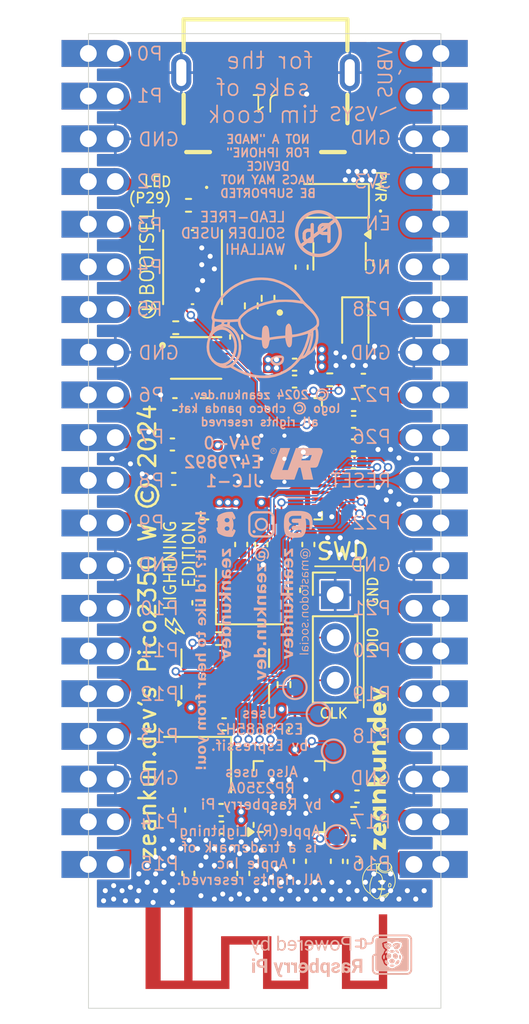
<source format=kicad_pcb>
(kicad_pcb (version 20240108) (generator "pcbnew") (generator_version "8.0")
  (layers (0 "F.Cu" signal) (1 "In1.Cu" signal) (2 "In2.Cu" signal) (31 "B.Cu" signal) (34 "B.Paste" user) (35 "F.Paste" user) (36 "B.SilkS" user "B.Silkscreen") (37 "F.SilkS" user "F.Silkscreen") (38 "B.Mask" user) (39 "F.Mask" user) (44 "Edge.Cuts" user))
  (net 0 "")
  (net 1 "GND")
  (net 2 "Net-(AE1-FEED)")
  (net 3 "/VREG_AVDD")
  (net 4 "+1V1")
  (net 5 "+3.3V")
  (net 6 "Net-(U1-XOUT)")
  (net 7 "Net-(U1-XIN)")
  (net 8 "Net-(U3-BP)")
  (net 9 "Net-(U4-LNA_IN)")
  (net 10 "Net-(C22-Pad1)")
  (net 11 "/ESP_EN")
  (net 12 "Net-(U4-XTAL_N)")
  (net 13 "Net-(U4-XTAL_P)")
  (net 14 "VBUS")
  (net 15 "VSYS")
  (net 16 "Net-(D2-A)")
  (net 17 "Net-(D3-A)")
  (net 18 "/USB_DM")
  (net 19 "/USB_DP")
  (net 20 "/P3")
  (net 21 "/P11")
  (net 22 "/P9")
  (net 23 "/P0")
  (net 24 "/P2")
  (net 25 "/P10")
  (net 26 "/P12")
  (net 27 "/P5")
  (net 28 "/P6")
  (net 29 "/P14")
  (net 30 "/P15")
  (net 31 "/P8")
  (net 32 "/P13")
  (net 33 "/P1")
  (net 34 "/P4")
  (net 35 "/P7")
  (net 36 "/P28")
  (net 37 "/P22")
  (net 38 "/ESP_RX")
  (net 39 "/RESET")
  (net 40 "/P27")
  (net 41 "/P16")
  (net 42 "/ESP_TX")
  (net 44 "/P19")
  (net 45 "/P18")
  (net 46 "/P26")
  (net 48 "/P17")
  (net 49 "/DEBUG_CLK")
  (net 50 "/DEBUG_DIO")
  (net 51 "Net-(R2-Pad1)")
  (net 52 "/FLASH_CS")
  (net 53 "Net-(U1-GPIO29_ADC3)")
  (net 54 "Net-(U1-USB_DP)")
  (net 55 "Net-(U1-USB_DM)")
  (net 56 "Net-(U5-SDO{slash}ADDR)")
  (net 57 "Net-(U5-~{CS})")
  (net 58 "Net-(U4-GPIO19{slash}USB_D+)")
  (net 59 "Net-(U4-GPIO18{slash}USB_D-)")
  (net 60 "Net-(U4-GPIO9{slash}BOOT)")
  (net 61 "/GYRO_SDA")
  (net 62 "/FLASH_SD2")
  (net 64 "/FLASH_CLK")
  (net 65 "/GYRO_SCL")
  (net 66 "/FLASH_SD3")
  (net 67 "/FLASH_SD0")
  (net 68 "/FLASH_SD1")
  (net 84 "/VREG_LX")
  (footprint "Capacitor_SMD:C_0402_1005Metric" (layer "F.Cu") (at 79.225 79.975 90)
    (property "Reference" "C19" (hide yes))
    (property "Value" "1.6p")
  )
  (footprint "RP2350_60QFN_minimal:Apple_LightningConnector_ShouHan" (layer "F.Cu") (at 80.5 33.61 180)
    (property "Reference" "J1")
    (property "Value" "USB_Lightning_Apple")
  )
  (footprint "Resistor_SMD:R_0402_1005Metric" (layer "F.Cu") (at 81.65 68.74 90)
    (property "Reference" "R11" (hide yes))
    (property "Value" "10k")
  )
  (footprint "Resistor_SMD:R_0402_1005Metric" (layer "F.Cu") (at 79.7 46.2 90)
    (property "Reference" "R7" (hide yes))
    (property "Value" "200")
  )
  (footprint "Inductor_SMD:L_0402_1005Metric" (layer "F.Cu") (at 77.6 80.45)
    (property "Reference" "L2" (hide yes))
    (property "Value" "2.8n")
  )
  (footprint "Capacitor_SMD:C_0402_1005Metric" (layer "F.Cu") (at 76.55 63.87 90)
    (property "Reference" "C6" (hide yes))
    (property "Value" "15p")
  )
  (footprint "Inductor_SMD:L_0402_1005Metric" (layer "F.Cu") (at 83.65 79.25 -90)
    (property "Reference" "L3" (hide yes))
    (property "Value" "2n")
  )
  (footprint "Resistor_SMD:R_0402_1005Metric" (layer "F.Cu") (at 75.96 40.2175 180)
    (property "Reference" "R6" (hide yes))
    (property "Value" "330")
  )
  (footprint "Capacitor_SMD:C_0402_1005Metric" (layer "F.Cu") (at 85.8 54.5)
    (property "Reference" "C9" (hide yes))
    (property "Value" "100n")
  )
  (footprint "LED_SMD:LED_0402_1005Metric" (layer "F.Cu") (at 87.4 41.65 -90)
    (property "Reference" "D2" (hide yes))
    (property "Value" "BLUE")
  )
  (footprint "Capacitor_SMD:C_0402_1005Metric" (layer "F.Cu") (at 85.8 52.1)
    (property "Reference" "C16" (hide yes))
    (property "Value" "100n")
  )
  (footprint "Capacitor_SMD:C_0402_1005Metric" (layer "F.Cu") (at 77.9 76.2 180)
    (property "Reference" "C24" (hide yes))
    (property "Value" "0.1u")
  )
  (footprint "Connector_PinHeader_2.54mm:PinHeader_1x03_P2.54mm_Vertical" (layer "F.Cu") (at 84.7 63.4)
    (property "Reference" "J4" (hide yes))
    (property "Value" "Conn_01x03")
  )
  (footprint "Capacitor_SMD:C_0402_1005Metric" (layer "F.Cu") (at 82.28 50.7)
    (property "Reference" "C3" (hide yes))
    (property "Value" "4.7u")
  )
  (footprint "Crystal:Crystal_SMD_3225-4Pin_3.2x2.5mm" (layer "F.Cu") (at 76.5 73.5 180)
    (property "Reference" "Y2" (hide yes))
    (property "Value" "40MHz")
  )
  (footprint "RP2350_60QFN_minimal:RP2350-QFN-60-1EP_7x7_P0.4mm_EP3.4x3.4mm_ThermalVias" (layer "F.Cu") (at 80.3 55.3)
    (property "Reference" "U1" (hide yes))
    (property "Value" "RP2350_60QFN")
  )
  (footprint "Capacitor_SMD:C_0402_1005Metric" (layer "F.Cu") (at 75.95 79.975 90)
    (property "Reference" "C20" (hide yes))
    (property "Value" "1.6p")
  )
  (footprint "Resistor_SMD:R_0402_1005Metric" (layer "F.Cu") (at 77.75 66 180)
    (property "Reference" "R10" (hide yes))
    (property "Value" "10k")
  )
  (footprint "Capacitor_SMD:C_0402_1005Metric" (layer "F.Cu") (at 86 75.4)
    (property "Reference" "C27" (hide yes))
    (property "Value" "10n")
  )
  (footprint "Package_DFN_QFN:QFN-28-1EP_4x4mm_P0.4mm_EP2.6x2.6mm" (layer "F.Cu") (at 81.95 75.4 90)
    (property "Reference" "U4" (hide yes))
    (property "Value" "ESP8685H4")
  )
  (footprint "Capacitor_SMD:C_0402_1005Metric" (layer "F.Cu") (at 86.38 50.6)
    (property "Reference" "C1" (hide yes))
    (property "Value" "4.7u")
  )
  (footprint "Capacitor_SMD:C_0402_1005Metric" (layer "F.Cu") (at 82.6 79.25 90)
    (property "Reference" "C22" (hide yes))
    (property "Value" "0.1u")
  )
  (footprint "Resistor_SMD:R_0402_1005Metric" (layer "F.Cu") (at 87.35 43.65 90)
    (property "Reference" "R3" (hide yes))
    (property "Value" "330")
  )
  (footprint "Package_TO_SOT_SMD:SOT-23-5" (layer "F.Cu") (at 84.9625 43.25 -90)
    (property "Reference" "U3" (hide yes))
    (property "Value" "MIC5205-3.3YM5")
  )
  (footprint "Button_Switch_SMD:SW_Push_1P1T_NO_Vertical_Wuerth_434133025816" (layer "F.Cu") (at 76.2 43.9 -90)
    (property "Reference" "SW1" (hide yes))
    (property "Value" "SW_Push")
  )
  (footprint "RP2350_60QFN_minimal:L_pol_2016" (layer "F.Cu") (at 82.3 47.9)
    (property "Reference" "L1" (hide yes))
    (property "Value" "3.3u")
  )
  (footprint "Capacitor_SMD:C_0402_1005Metric" (layer "F.Cu") (at 85.8 55.5)
    (property "Reference" "C14" (hide yes))
    (property "Value" "100n")
  )
  (footprint "Capacitor_SMD:C_0402_1005Metric" (layer "F.Cu") (at 75.08 56.5 180)
    (property "Reference" "C11" (hide yes))
    (property "Value" "100n")
  )
  (footprint "Capacitor_SMD:C_0402_1005Metric" (layer "F.Cu") (at 84.8 79.25 -90)
    (property "Reference" "C23" (hide yes))
    (property "Value" "10u")
  )
  (footprint "Capacitor_SMD:C_0402_1005Metric" (layer "F.Cu") (at 75.15 52.05 180)
    (property "Reference" "C10" (hide yes))
    (property "Value" "100n")
  )
  (footprint "Resistor_SMD:R_0402_1005Metric" (layer "F.Cu") (at 85.8 76.4 180)
    (property "Reference" "R9" (hide yes))
    (property "Value" "10k")
  )
  (footprint "LED_SMD:LED_0402_1005Metric" (layer "F.Cu") (at 75.95 39.15 180)
    (property "Reference" "D3" (hide yes))
    (property "Value" "EMERALD" (hide yes))
  )
  (footprint "LOGO" (layer "F.Cu") (at 87.3 75.2 90)
    (property "Reference" "G***" (hide yes))
    (property "Value" "LOGO" (hide yes))
  )
  (footprint "Capacitor_Tantalum_SMD:CP_EIA-2012-12_Kemet-R" (layer "F.Cu") (at 85.9 47.4 -90)
    (property "Reference" "C18" (hide yes))
    (property "Value" "2.2u")
  )
  (footprint "Resistor_SMD:R_0402_1005Metric" (layer "F.Cu") (at 80.7 45.75 90)
    (property "Reference" "R8" (hide yes))
    (property "Value" "200")
  )
  (footprint "8-USON-2X3:8-USON-2X3" (layer "F.Cu") (at 76.4625 49.3)
    (property "Reference" "U2" (hide yes))
    (property "Value" "ZD25WQ32CEIGR")
  )
  (footprint "Capacitor_SMD:C_0402_1005Metric" (layer "F.Cu") (at 75.4 76.2 -90)
    (property "Reference" "C30" (hide yes))
    (property "Value" "26p")
  )
  (footprint "Capacitor_SMD:C_0402_1005Metric" (layer "F.Cu") (at 78.08 71.1)
    (property "Reference" "C29" (hide yes))
    (property "Value" "26p")
  )
  (footprint "Capacitor_SMD:C_0402_1005Metric" (layer "F.Cu") (at 85.8 79.27 -90)
    (property "Reference" "C21" (hide yes))
    (property "Value" "0.1u")
  )
  (footprint "RF_Antenna:Texas_SWRA117D_2.4GHz_Left" (layer "F.Cu") (at 75.95 81.7 180)
    (property "Reference" "AE1" (hide yes))
    (property "Value" "Antenna_Chip")
  )
  (footprint "Diode_SMD:D_SOD-123F" (layer "F.Cu") (at 84.5 39.95 180)
    (property "Reference" "D1" (hide yes))
    (property "Value" "MBR120VLSFT1G" (hide yes))
  )
  (footprint "Resistor_SMD:R_0402_1005Metric" (layer "F.Cu") (at 84.38 50.6)
    (property "Reference" "R1" (hide yes))
    (property "Value" "33")
  )
  (footprint "Capacitor_SMD:C_0402_1005Metric" (layer "F.Cu") (at 79.1 60.4 -90)
    (property "Reference" "C12" (hide yes))
    (property "Value" "100n")
  )
  (footprint "Capacitor_SMD:C_0402_1005Metric" (layer "F.Cu") (at 82.28 49.7)
    (property "Reference" "C2" (hide yes))
    (property "Value" "4.7u")
  )
  (footprint "Capacitor_SMD:C_0402_1005Metric" (layer "F.Cu") (at 75 54.45 180)
    (property "Reference" "C8" (hide yes))
    (property "Value" "100n")
  )
  (footprint "Crystal:Crystal_SMD_3225-4Pin_3.2x2.5mm" (layer "F.Cu") (at 79.6 63.5)
    (property "Reference" "Y1" (hide yes))
    (property "Value" "12MHz")
  )
  (footprint "Capacitor_SMD:C_0402_1005Metric" (layer "F.Cu") (at 82.25 63.125 -90)
    (property "Reference" "C5" (hide yes))
    (property "Value" "15p")
  )
  (footprint "Resistor_SMD:R_0402_1005Metric" (layer "F.Cu") (at 75.2 47.5 180)
    (property "Reference" "R2" (hide yes))
    (property "Value" "1k")
  )
  (footprint "Capacitor_SMD:C_0402_1005Metric" (layer "F.Cu") (at 78.8 48.05 90)
    (property "Reference" "C4" (hide yes))
    (property "Value" "100n")
  )
  (footprint "Capacitor_SMD:C_0402_1005Metric" (layer "F.Cu") (at 82.3 71.4 90)
    (property "Reference" "C25" (hide yes))
    (property "Value" "0.1u")
  )
  (footprint "Capacitor_SMD:C_0402_1005Metric" (layer "F.Cu") (at 82.7 43.9 90)
    (property "Reference" "C17" (hide yes))
    (property "Value" "470p")
  )
  (footprint "CastellatedHoles:1x20_2.54mm" (layer "F.Cu") (at 69.4 54.23)
    (property "Reference" "J2" (hide yes))
    (property "Value" "Conn_01x20")
  )
  (footprint "Package_LGA:LGA-14_3x5mm_P0.8mm_LayoutBorder1x6y" (layer "F.Cu") (at 78.15 68.25 90)
    (property "Reference" "U5" (hide yes))
    (property "Value" "ADXL345")
  )
  (footprint "Capacitor_SMD:C_0402_1005Metric" (layer "F.Cu") (at 80.3 60.4 -90)
    (property "Reference" "C7" (hide yes))
    (property "Value" "4.7u")
  )
  (footprint "Capacitor_SMD:C_0402_1005Metric" (layer "F.Cu") (at 77.92 77.25 180)
    (property "Reference" "C26" (hide yes))
    (property "Value" "1u")
  )
  (footprint "Capacitor_SMD:C_0402_1005Metric" (layer "F.Cu") (at 85.8 53.1)
    (property "Reference" "C15" (hide yes))
    (property "Value" "100n")
  )
  (footprint "Capacitor_SMD:C_0402_1005Metric" (layer "F.Cu") (at 85.78 77.35)
    (property "Reference" "C28" (hide yes))
    (property "Value" "1u")
  )
  (footprint "Capacitor_SMD:C_0402_1005Metric" (layer "F.Cu") (at 83.1 60.4 -90)
    (property "Reference" "C13" (hide yes))
    (property "Value" "100n")
  )
  (footprint "LOGO" (layer "B.Cu") (at 80.4 47.5 180)
    (property "Reference" "G***" (hide yes))
    (property "Value" "LOGO" (hide yes))
  )
  (footprint "TestPoint:TestPoint_Pad_D1.0mm" (layer "B.Cu") (at 82.3 68.9 180)
    (property "Reference" "TP2" (hide yes))
    (property "Value" "ESP_DP")
  )
  (footprint "CastellatedHoles:1x20_2.54mm" (layer "B.Cu") (at 91.59 54.23 180)
    (property "Reference" "J3" (hide yes))
    (property "Value" "Conn_01x20")
  )
  (footprint "LOGO" (layer "B.Cu") (at 80.3 59.2 -90)
    (property "Reference" "G***" (hide yes))
    (property "Value" "LOGO" (hide yes))
  )
  (footprint "LOGO" (layer "B.Cu") (at 78.2 59.2 -90)
    (property "Reference" "G***" (hide yes))
    (property "Value" "LOGO" (hide yes))
  )
  (footprint "LOGO" (layer "B.Cu") (at 84.3 85.1 180)
    (property "Reference" "G***" (hide yes))
    (property "Value" "LOGO" (hide yes))
  )
  (footprint "LOGO" (layer "B.Cu") (at 82.5 59.2 -90)
    (property "Reference" "G***" (hide yes))
    (property "Value" "LOGO" (hide yes))
  )
  (footprint "TestPoint:TestPoint_Pad_D1.0mm" (layer "B.Cu") (at 83.7 70.5 180)
    (property "Reference" "TP3" (hide yes))
    (property "Value" "ESP_DM")
  )
  (footprint "TestPoint:TestPoint_Pad_D1.0mm" (layer "B.Cu") (at 84.8 77.8 180)
    (property "Reference" "TP1" (hide yes))
    (property "Value" "ESP_EN")
  )
  (footprint "TestPoint:TestPoint_Pad_D1.0mm" (layer "B.Cu") (at 84.6 72.7 180)
    (property "Reference" "TP4" (hide yes))
    (property "Value" "ESP_BOOT")
  )
  (footprint "LOGO" (layer "B.Cu") (at 82.4 55.6 180)
    (property "Reference" "G***" (hide yes))
    (property "Value" "LOGO" (hide yes))
  )
  (gr_line (start 87.4 34.8) (end 88.3 34.4) (stroke (width 0.1)) (layer "B.SilkS"))
  (gr_line (start 88.5 32.4) (end 88.6 32.2) (stroke (width 0.1)) (layer "B.SilkS"))
  (gr_line (start 84.7 41.1) (end 82.7 42.6) (stroke (width 0.2)) (layer "B.SilkS"))
  (gr_circle (center 83.7 41.9) (end 85 41.9) (stroke (width 0.2)) (fill none) (layer "B.SilkS"))
  (gr_line (start 86.4 61.7) (end 86.4 67.3) (stroke (width 0.1)) (layer "F.SilkS"))
  (gr_line (start 83.5 61.7) (end 86.4 61.7) (stroke (width 0.1)) (layer "F.SilkS"))
  (gr_line (start 73.6 46.2) (end 73.8 46.4) (stroke (width 0.1)) (layer "F.SilkS"))
  (gr_line (start 73.2 46.4) (end 73.8 46.4) (stroke (width 0.1)) (layer "F.SilkS"))
  (gr_line (start 73.8 46.4) (end 73.6 46.6) (stroke (width 0.1)) (layer "F.SilkS"))
  (gr_line (start 75.2 65.4) (end 75.7 65.7) (stroke (width 0.1)) (layer "F.SilkS"))
  (gr_line (start 75 65.2) (end 74.6 64.8) (stroke (width 0.1)) (layer "F.SilkS"))
  (gr_line (start 86.4 67.3) (end 86.4 70.1) (stroke (width 0.1)) (layer "F.SilkS"))
  (gr_circle (center 73.5 46.4) (end 74 46.4) (stroke (width 0.1)) (fill none) (layer "F.SilkS"))
  (gr_line (start 74.6 64.8) (end 74.6 65.2) (stroke (width 0.1)) (layer "F.SilkS"))
  (gr_line (start 75.2 65.7) (end 75.2 65.4) (stroke (width 0.1)) (layer "F.SilkS"))
  (gr_line (start 74.6 65.2) (end 75.2 65.7) (stroke (width 0.1)) (layer "F.SilkS"))
  (gr_line (start 75.7 65.7) (end 75.1 64.8) (stroke (width 0.1)) (layer "F.SilkS"))
  (gr_line (start 73.8 46.4) (end 73.6 46.2) (stroke (width 0.1)) (layer "F.SilkS"))
  (gr_line (start 75.1 64.8) (end 75 65.2) (stroke (width 0.1)) (layer "F.SilkS"))
  (gr_rect (start 70 30) (end 91 88) (stroke (width 0.05)) (fill none) (layer "Edge.Cuts"))
  (gr_text "P3" (at 72.8 41.4 0) (layer "B.SilkS") (effects (font (size 0.8 0.8) (thickness 0.1)) (justify right mirror)))
  (gr_text "VSYS" (at 87.3 34.8 0) (layer "B.SilkS") (effects (font (size 0.8 0.8) (thickness 0.1)) (justify left mirror)))
  (gr_text "GND" (at 72.9 61.6 0) (layer "B.SilkS") (effects (font (size 0.8 0.8) (thickness 0.1)) (justify right mirror)))
  (gr_text "EN" (at 88.1 41.3 0) (layer "B.SilkS") (effects (font (size 0.8 0.8) (thickness 0.1)) (justify left mirror)))
  (gr_text "GND" (at 72.9 74.3 0) (layer "B.SilkS") (effects (font (size 0.8 0.8) (thickness 0.1)) (justify right mirror)))
  (gr_text "zeankundev" (at 78.2 60.6 90) (layer "B.SilkS") (effects (font (size 0.7 0.7) (thickness 0.14) (bold yes)) (justify left mirror)))
  (gr_text "Uses\nESP8685H2\nby Espressif." (at 80.2 71.4 0) (layer "B.SilkS") (effects (font (size 0.6 0.6) (thickness 0.1)) (justify mirror)))
  (gr_text "P22" (at 88.1 59.1 0) (layer "B.SilkS") (effects (font (size 0.8 0.8) (thickness 0.1)) (justify left mirror)))
  (gr_text "GND" (at 72.9 49 0) (layer "B.SilkS") (effects (font (size 0.8 0.8) (thickness 0.1)) (justify right mirror)))
  (gr_text "GND" (at 88.1 61.6 0) (layer "B.SilkS") (effects (font (size 0.8 0.8) (thickness 0.1)) (justify left mirror)))
  (gr_text "GND" (at 88.1 49 0) (layer "B.SilkS") (effects (font (size 0.8 0.8) (thickness 0.1)) (justify left mirror)))
  (gr_text "LEAD-FREE\nSOLDER USED\nWALLAHI" (at 81.8 43.2 0) (layer "B.SilkS") (effects (font (size 0.6 0.6) (thickness 0.1)) (justify left bottom mirror)))
  (gr_text "P14" (at 73 76.9 0) (layer "B.SilkS") (effects (font (size 0.8 0.8) (thickness 0.1)) (justify right mirror)))
  (gr_text "P26" (at 88.1 54 0) (layer "B.SilkS") (effects (font (size 0.8 0.8) (thickness 0.1)) (justify left mirror)))
  (gr_text "P11" (at 73 66.7 0) (layer "B.SilkS") (effects (font (size 0.8 0.8) (thickness 0.1)) (justify right mirror)))
  (gr_text "©️ 2024 zeankun.dev.\nlogo ©️ choco panda kat\nall rights reserved" (at 80.2 53.4 0) (layer "B.SilkS") (effects (font (size 0.5 0.5) (thickness 0.1)) (justify bottom mirror)))
  (gr_text "P15" (at 73 79.4 0) (layer "B.SilkS") (effects (font (size 0.8 0.8) (thickness 0.1)) (justify right mirror)))
  (gr_text "P10" (at 73 64.2 0) (layer "B.SilkS") (effects (font (size 0.8 0.8) (thickness 0.1)) (justify right mirror)))
  (gr_text "RESET" (at 88.1 56.6 0) (layer "B.SilkS") (effects (font (size 0.8 0.8) (thickness 0.1)) (justify left mirror)))
  (gr_text "P28" (at 88.1 46.4 0) (layer "B.SilkS") (effects (font (size 0.8 0.8) (thickness 0.1)) (justify left mirror)))
  (gr_text "GND" (at 88.1 36.2 0) (layer "B.SilkS") (effects (font (size 0.8 0.8) (thickness 0.1)) (justify left mirror)))
  (gr_text "P17" (at 88.1 76.9 0) (layer "B.SilkS") (effects (font (size 0.8 0.8) (thickness 0.1)) (justify left mirror)))
  (gr_text "love it? i'd like to hear from you!" (at 77.1 58.4 90) (layer "B.SilkS") (effects (font (size 0.6 0.6) (thickness 0.15) (bold yes)) (justify left bottom mirror)))
  (gr_text "P0" (at 72.8 31.2 0) (layer "B.SilkS") (effects (font (size 0.8 0.8) (thickness 0.1)) (justify right mirror)))
  (gr_text "P20" (at 88.1 66.7 0) (layer "B.SilkS") (effects (font (size 0.8 0.8) (thickness 0.1)) (justify left mirror)))
  (gr_text "@mastodon.social" (at 82.9 60.6 90) (layer "B.SilkS") (effects (font (size 0.5 0.5) (thickness 0.0875)) (justify left mirror)))
  (gr_text "VBUS" (at 87.7 30.7 90) (layer "B.SilkS") (effects (font (size 0.8 0.8) (thickness 0.1)) (justify left mirror)))
  (gr_text "P6" (at 72.9 51.5 0) (layer "B.SilkS") (effects (font (size 0.8 0.8) (thickness 0.1)) (justify right mirror)))
  (gr_text "P21" (at 88.1 64.2 0) (layer "B.SilkS") (effects (font (size 0.8 0.8) (thickness 0.1)) (justify left mirror)))
  (gr_text "Apple(R) Lightning\nis a trademark of\nApple Inc.\nAll rights reserved." (at 79.6 78.9 0) (layer "B.SilkS") (effects (font (size 0.6 0.6) (thickness 0.1)) (justify mirror)))
  (gr_text "zeankundev" (at 81.9 60.6 90) (layer "B.SilkS") (effects (font (size 0.7 0.7) (thickness 0.14) (bold yes)) (justify left mirror)))
  (gr_text "Pb" (at 84.7 42.5 0) (layer "B.SilkS") (effects (font (size 1 1) (thickness 0.2) (bold yes)) (justify left bottom mirror)))
  (gr_text "94V-0\nE479892\nJLC-1" (at 80.4 55.5 0) (layer "B.SilkS") (effects (font (size 0.7 0.7) (thickness 0.12) (bold yes)) (justify left mirror)))
  (gr_text "@zeankun.dev" (at 80.3 60.5 90) (layer "B.SilkS") (effects (font (size 0.7 0.7) (thickness 0.14) (bold yes)) (justify left mirror)))
  (gr_text "P16" (at 88.1 79.4 0) (layer "B.SilkS") (effects (font (size 0.8 0.8) (thickness 0.1)) (justify left mirror)))
  (gr_text "P12" (at 73 69.3 0) (layer "B.SilkS") (effects (font (size 0.8 0.8) (thickness 0.1)) (justify right mirror)))
  (gr_text "P18" (at 88.1 71.8 0) (layer "B.SilkS") (effects (font (size 0.8 0.8) (thickness 0.1)) (justify left mirror)))
  (gr_text "P13" (at 73 71.8 0) (layer "B.SilkS") (effects (font (size 0.8 0.8) (thickness 0.1)) (justify right mirror)))
  (gr_text "GND" (at 72.9 36.3 0) (layer "B.SilkS") (effects (font (size 0.8 0.8) (thickness 0.1)) (justify right mirror)))
  (gr_text "P5" (at 72.8 46.4 0) (layer "B.SilkS") (effects (font (size 0.8 0.8) (thickness 0.1)) (justify right mirror)))
  (gr_text "P2" (at 72.8 38.8 0) (layer "B.SilkS") (effects (font (size 0.8 0.8) (thickness 0.1)) (justify right mirror)))
  (gr_text "NC" (at 88.1 43.9 0) (layer "B.SilkS") (effects (font (size 0.8 0.8) (thickness 0.1)) (justify left mirror)))
  (gr_text "Also uses\nRP2350A\nby Raspberry Pi" (at 80.3 74.9 0) (layer "B.SilkS") (effects (font (size 0.6 0.6) (thickness 0.1)) (justify mirror)))
  (gr_text "P9" (at 72.9 59.1 0) (layer "B.SilkS") (effects (font (size 0.8 0.8) (thickness 0.1)) (justify right mirror)))
  (gr_text "NOT A {dblquote}MADE\nFOR IPHONE{dblquote}\nDEVICE\nMACS MAY NOT\nBE SUPPORTED" (at 80.7 39.8 0) (layer "B.SilkS") (effects (font (size 0.5 0.5) (thickness 0.1) (bold yes)) (justify bottom mirror)))
  (gr_text "GND" (at 88.1 74.3 0) (layer "B.SilkS") (effects (font (size 0.8 0.8) (thickness 0.1)) (justify left mirror)))
  (gr_text "P27" (at 88.1 51.5 0) (layer "B.SilkS") (effects (font (size 0.8 0.8) (thickness 0.1)) (justify left mirror)))
  (gr_text "P19" (at 88.1 69.3 0) (layer "B.SilkS") (effects (font (size 0.8 0.8) (thickness 0.1)) (justify left mirror)))
  (gr_text "P1" (at 72.8 33.7 0) (layer "B.SilkS") (effects (font (size 0.8 0.8) (thickness 0.1)) (justify right mirror)))
  (gr_text "for the \nsake of\ntim cook" (at 80.4 35.4 0) (layer "B.SilkS") (effects (font (size 1 1) (thickness 0.1)) (justify bottom mirror)))
  (gr_text "3V3" (at 88.1 38.8 0) (layer "B.SilkS") (effects (font (size 0.8 0.8) (thickness 0.1)) (justify left mirror)))
  (gr_text "P8" (at 72.9 56.6 0) (layer "B.SilkS") (effects (font (size 0.8 0.8) (thickness 0.1)) (justify right mirror)))
  (gr_text "P7" (at 72.9 54 0) (layer "B.SilkS") (effects (font (size 0.8 0.8) (thickness 0.1)) (justify right mirror)))
  (gr_text "P4" (at 72.8 43.9 0) (layer "B.SilkS") (effects (font (size 0.8 0.8) (thickness 0.1)) (justify right mirror)))
  (gr_text "CLK" (at 83.7 70.8 0) (layer "F.SilkS") (effects (font (size 0.6 0.6) (thickness 0.1)) (justify left bottom)))
  (gr_text "GND" (at 87.3 64.2 90) (layer "F.SilkS") (effects (font (size 0.6 0.6) (thickness 0.1)) (justify left bottom)))
  (gr_text "PWR" (at 87.4 40.1 270) (layer "F.SilkS") (effects (font (size 0.6 0.6) (thickness 0.1)) (justify right)))
  (gr_text "LIGHTNING\nEDITION" (at 76.4 58.91 90) (layer "F.SilkS") (effects (font (size 0.7 0.7) (thickness 0.1)) (justify right bottom)))
  (gr_text "zeankun.dev's Pico2350 W © 2024" (at 74.1 79.3 90) (layer "F.SilkS") (effects (font (size 1 1)) (justify left bottom)))
  (gr_text "SWD" (at 83.5 61.4 0) (layer "F.SilkS") (effects (font (size 1 1)) (justify left bottom)))
  (gr_text "LED\n(P29)" (at 75 39.3 0) (layer "F.SilkS") (effects (font (size 0.6 0.6) (thickness 0.1)) (justify right)))
  (gr_text "BOOTSEL" (at 73.5 45.7 90) (layer "F.SilkS") (effects (font (size 0.8 0.8) (thickness 0.1)) (justify left)))
  (gr_text "DIO" (at 87.3 66.9 90) (layer "F.SilkS") (effects (font (size 0.6 0.6) (thickness 0.1)) (justify left bottom)))
  (via (at 71 81) (size 0.5) (drill 0.3) (layers "F.Cu" "B.Cu") (net 1))
  (via (at 80 79) (size 0.5) (drill 0.3) (layers "F.Cu" "B.Cu") (net 1))
  (via (at 80.95 74.4) (size 0.5) (drill 0.3) (layers "F.Cu" "B.Cu") (net 1))
  (via (at 88.5 81.5) (size 0.5) (drill 0.3) (layers "F.Cu" "B.Cu") (net 1))
  (via (at 86.5 81.5) (size 0.5) (drill 0.3) (layers "F.Cu" "B.Cu") (net 1))
  (via (at 80.5 80.6) (size 0.5) (drill 0.3) (layers "F.Cu" "B.Cu") (net 1))
  (via (at 87.25 54.75) (size 0.5) (drill 0.3) (layers "F.Cu" "B.Cu") (net 1))
  (via (at 75 81) (size 0.5) (drill 0.3) (layers "F.Cu" "B.Cu") (net 1))
  (via (at 80.4 61.6) (size 0.5) (drill 0.3) (layers "F.Cu" "B.Cu") (net 1))
  (via (at 88 81) (size 0.5) (drill 0.3) (layers "F.Cu" "B.Cu") (net 1))
  (via (at 89.5 81.5) (size 0.5) (drill 0.3) (layers "F.Cu" "B.Cu") (net 1))
  (via (at 70.9 81.6) (size 0.5) (drill 0.3) (layers "F.Cu" "B.Cu") (net 1))
  (via (at 77.25 43.25) (size 0.5) (drill 0.3) (layers "F.Cu" "B.Cu") (net 1))
  (via (at 85.8 38.7) (size 0.5) (drill 0.3) (layers "F.Cu" "B.Cu") (net 1))
  (via (at 86.5 80.5) (size 0.5) (drill 0.3) (layers "F.Cu" "B.Cu") (net 1))
  (via (at 86.3 38.7) (size 0.5) (drill 0.3) (layers "F.Cu" "B.Cu") (net 1))
  (via (at 71.5 81.5) (size 0.5) (drill 0.3) (layers "F.Cu" "B.Cu") (net 1))
  (via (at 88 54.75) (size 0.5) (drill 0.3) (layers "F.Cu" "B.Cu") (net 1))
  (via (at 79 81.2) (size 0.5) (drill 0.3) (layers "F.Cu" "B.Cu") (net 1))
  (via (at 73.5 80.5) (size 0.5) (drill 0.3) (layers "F.Cu" "B.Cu") (net 1))
  (via (at 84.75 49.75) (size 0.5) (drill 0.3) (layers "F.Cu" "B.Cu") (net 1))
  (via (at 89.55 55.3) (size 0.5) (drill 0.3) (layers "F.Cu" "B.Cu") (net 1))
  (via (at 84.5 58.75) (size 0.5) (drill 0.3) (layers "F.Cu" "B.Cu") (net 1))
  (via (at 80 81) (size 0.5) (drill 0.3) (layers "F.Cu" "B.Cu") (net 1))
  (via (at 79.5 81.5) (size 0.5) (drill 0.3) (layers "F.Cu" "B.Cu") (net 1))
  (via (at 74 81) (size 0.5) (drill 0.3) (layers "F.Cu" "B.Cu") (net 1))
  (via (at 78 78) (size 0.5) (drill 0.3) (layers "F.Cu" "B.Cu") (net 1))
  (via (at 81.5 81.5) (size 0.5) (drill 0.3) (layers "F.Cu" "B.Cu") (net 1))
  (via (at 75 79) (size 0.5) (drill 0.3) (layers "F.Cu" "B.Cu") (net 1))
  (via (at 87 49.25) (size 0.5) (drill 0.3) (layers "F.Cu" "B.Cu") (net 1))
  (via (at 78.5 79.5) (size 0.5) (drill 0.3) (layers "F.Cu" "B.Cu") (net 1))
  (via (at 87.75 57.75) (size 0.5) (drill 0.3) (layers "F.Cu" "B.Cu") (net 1))
  (via (at 90 81) (size 0.5) (drill 0.3) (layers "F.Cu" "B.Cu") (net 1))
  (via (at 72.5 80.8) (size 0.5) (drill 0.3) (layers "F.Cu" "B.Cu") (net 1))
  (via (at 84 81) (size 0.5) (drill 0.3) (layers "F.Cu" "B.Cu") (net 1))
  (via (at 82.95 76.4) (size 0.5) (drill 0.3) (layers "F.Cu" "B.Cu") (net 1))
  (via (at 80.95 76.4) (size 0.5) (drill 0.3) (layers "F.Cu" "B.Cu") (net 1))
  (via (at 75.5 78.5) (size 0.5) (drill 0.3) (layers "F.Cu" "B.Cu") (net 1))
  (via (at 80 79.5) (size 0.5) (drill 0.3) (layers "F.Cu" "B.Cu") (net 1))
  (via (at 87 80) (size 0.5) (drill 0.3) (layers "F.Cu" "B.Cu") (net 1))
  (via (at 85 81) (size 0.5) (drill 0.3) (layers "F.Cu" "B.Cu") (net 1))
  (via (at 74 79) (size 0.5) (drill 0.3) (layers "F.Cu" "B.Cu") (net 1))
  (via (at 77.5 78.5) (size 0.5) (drill 0.3) (layers "F.Cu" "B.Cu") (net 1))
  (via (at 90 81) (size 0.5) (drill 0.3) (layers "F.Cu" "B.Cu") (net 1))
  (via (at 80.5 81.5) (size 0.5) (drill 0.3) (layers "F.Cu" "B.Cu") (net 1))
  (via (at 79.5 81.5) (size 0.5) (drill 0.3) (layers "F.Cu" "B.Cu") (net 1))
  (via (at 73 81) (size 0.5) (drill 0.3) (layers "F.Cu" "B.Cu") (net 1))
  (via (at 78 81.2) (size 0.5) (drill 0.3) (layers "F.Cu" "B.Cu") (net 1))
  (via (at 80.95 75.4) (size 0.5) (drill 0.3) (layers "F.Cu" "B.Cu") (net 1))
  (via (at 83.5 81.5) (size 0.5) (drill 0.3) (layers "F.Cu" "B.Cu") (net 1))
  (via (at 85.25 49.25) (size 0.5) (drill 0.3) (layers "F.Cu" "B.Cu") (net 1))
  (via (at 87.25 57) (size 0.5) (drill 0.3) (layers "F.Cu" "B.Cu") (net 1))
  (via (at 85.75 61) (size 0.5) (drill 0.3) (layers "F.Cu" "B.Cu") (net 1))
  (via (at 74.3 51.5) (size 0.5) (drill 0.3) (layers "F.Cu" "B.Cu") (net 1))
  (via (at 85.5 81.5) (size 0.5) (drill 0.3) (layers "F.Cu" "B.Cu") (net 1))
  (via (at 88.5 58) (size 0.5) (drill 0.3) (layers "F.Cu" "B.Cu") (net 1))
  (via (at 71.5 80.7) (size 0.5) (drill 0.3) (layers "F.Cu" "B.Cu") (net 1))
  (via (at 80.3 78.6) (size 0.5) (drill 0.3) (layers "F.Cu" "B.Cu") (net 1))
  (via (at 89.5 81.5) (size 0.5) (drill 0.3) (layers "F.Cu" "B.Cu") (net 1))
  (via (at 76.7 81.3) (size 0.5) (drill 0.3) (layers "F.Cu" "B.Cu") (net 1))
  (via (at 80 78) (size 0.5) (drill 0.3) (layers "F.Cu" "B.Cu") (net 1))
  (via (at 87.05 48.6) (size 0.5) (drill 0.3) (layers "F.Cu" "B.Cu") (net 1))
  (via (at 76.5 78.5) (size 0.5) (drill 0.3) (layers "F.Cu" "B.Cu") (net 1))
  (via (at 71.4 55.3) (size 0.5) (drill 0.3) (layers "F.Cu" "B.Cu") (net 1))
  (via (at 73.6 53.7) (size 0.5) (drill 0.3) (layers "F.Cu" "B.Cu") (net 1))
  (via (at 74.5 78.5) (size 0.5) (drill 0.3) (layers "F.Cu" "B.Cu") (net 1))
  (via (at 84 81) (size 0.5) (drill 0.3) (layers "F.Cu" "B.Cu") (net 1))
  (via (at 82 78.2) (size 0.5) (drill 0.3) (layers "F.Cu" "B.Cu") (net 1))
  (via (at 87 38.2) (size 0.5) (drill 0.3) (layers "F.Cu" "B.Cu") (net 1))
  (via (at 81.95 75.4) (size 0.5) (drill 0.3) (layers "F.Cu" "B.Cu") (net 1))
  (via (at 81.5 80.5) (size 0.5) (drill 0.3) (layers "F.Cu" "B.Cu") (net 1))
  (via (at 77.5 81.5) (size 0.5) (drill 0.3) (layers "F.Cu" "B.Cu") (net 1))
  (via (at 83.3 50.15) (size 0.5) (drill 0.3) (layers "F.Cu" "B.Cu") (net 1))
  (via (at 76.7 79.5) (size 0.5) (drill 0.3) (layers "F.Cu" "B.Cu") (net 1))
  (via (at 73.7 56.4) (size 0.5) (drill 0.3) (layers "F.Cu" "B.Cu") (net 1))
  (via (at 78 79) (size 0.5) (drill 0.3) (layers "F.Cu" "B.Cu") (net 1))
  (via (at 84.5 81.5) (size 0.5) (drill 0.3) (layers "F.Cu" "B.Cu") (net 1))
  (via (at 85.5 80.5) (size 0.5) (drill 0.3) (layers "F.Cu" "B.Cu") (net 1))
  (via (at 84.75 49) (size 0.5) (drill 0.3) (layers "F.Cu" "B.Cu") (net 1))
  (via (at 85 60) (size 0.5) (drill 0.3) (layers "F.Cu" "B.Cu") (net 1))
  (via (at 73.5 80.5) (size 0.5) (drill 0.3) (layers "F.Cu" "B.Cu") (net 1))
  (via (at 82 81) (size 0.5) (drill 0.3) (layers "F.Cu" "B.Cu") (net 1))
  (via (at 75 81.7) (size 0.5) (drill 0.3) (layers "F.Cu" "B.Cu") (net 1))
  (via (at 76.8 44.7) (size 0.5) (drill 0.3) (layers "F.Cu" "B.Cu") (net 1))
  (via (at 85.75 49.75) (size 0.5) (drill 0.3) (layers "F.Cu" "B.Cu") (net 1))
  (via (at 84.5 80.5) (size 0.5) (drill 0.3) (layers "F.Cu" "B.Cu") (net 1))
  (via (at 89 81) (size 0.5) (drill 0.3) (layers "F.Cu" "B.Cu") (net 1))
  (via (at 83.8 58.6) (size 0.5) (drill 0.3) (layers "F.Cu" "B.Cu") (net 1))
  (via (at 74.5 79.5) (size 0.5) (drill 0.3) (layers "F.Cu" "B.Cu") (net 1))
  (via (at 87 81) (size 0.5) (drill 0.3) (layers "F.Cu" "B.Cu") (net 1))
  (via (at 86 38.2) (size 0.5) (drill 0.3) (layers "F.Cu" "B.Cu") (net 1))
  (via (at 74 80) (size 0.5) (drill 0.3) (layers "F.Cu" "B.Cu") (net 1))
  (via (at 82.5 81.5) (size 0.5) (drill 0.3) (layers "F.Cu" "B.Cu") (net 1))
  (via (at 86.8 38.7) (size 0.5) (drill 0.3) (layers "F.Cu" "B.Cu") (net 1))
  (via (at 74.5 80.5) (size 0.5) (drill 0.3) (layers "F.Cu" "B.Cu") (net 1))
  (via (at 80.9 80.2) (size 0.5) (drill 0.3) (layers "F.Cu" "B.Cu") (net 1))
  (via (at 76.5 45.25) (size 0.5) (drill 0.3) (layers "F.Cu" "B.Cu") (net 1))
  (via (at 88 81) (size 0.5) (drill 0.3) (layers "F.Cu" "B.Cu") (net 1))
  (via (at 79.5 78.5) (size 0.5) (drill 0.3) (layers "F.Cu" "B.Cu") (net 1))
  (via (at 77 78) (size 0.5) (drill 0.3) (layers "F.Cu" "B.Cu") (net 1))
  (via (at 73.2 56.2) (size 0.5) (drill 0.3) (layers "F.Cu" "B.Cu") (net 1))
  (via (at 77.5 44) (size 0.5) (drill 0.3) (layers "F.Cu" "B.Cu") (net 1))
  (via (at 87.5 81.5) (size 0.5) (drill 0.3) (layers "F.Cu" "B.Cu") (net 1))
  (via (at 84.4 60.9) (size 0.5) (drill 0.3) (layers "F.Cu" "B.Cu") (net 1))
  (via (at 75 78) (size 0.5) (drill 0.3) (layers "F.Cu" "B.Cu") (net 1))
  (via (at 86.5 49.75) (size 0.5) (drill 0.3) (layers "F.Cu" "B.Cu") (net 1))
  (via (at 82 80.2) (size 0.5) (drill 0.3) (layers "F.Cu" "B.Cu") (net 1))
  (via (at 78.5 78.5) (size 0.5) (drill 0.3) (layers "F.Cu" "B.Cu") (net 1))
  (via (at 79.1 78.1) (size 0.5) (drill 0.3) (layers "F.Cu" "B.Cu") (net 1))
  (via (at 78.5 81.5) (size 0.5) (drill 0.3) (layers "F.Cu" "B.Cu") (net 1))
  (via (at 83.5 81.5) (size 0.5) (drill 0.3) (layers "F.Cu" "B.Cu") (net 1))
  (via (at 81.2 79.7) (size 0.5) (drill 0.3) (layers "F.Cu" "B.Cu") (net 1))
  (via (at 83.5 80.5) (size 0.5) (drill 0.3) (layers "F.Cu" "B.Cu") (net 1))
  (via (at 88.5 55.25) (size 0.5) (drill 0.3) (layers "F.Cu" "B.Cu") (net 1))
  (via (at 82.95 75.4) (size 0.5) (drill 0.3) (layers "F.Cu" "B.Cu") (net 1))
  (via (at 87.5 81.5) (size 0.5) (drill 0.3) (layers "F.Cu" "B.Cu") (net 1))
  (via (at 73.5 79.5) (size 0.5) (drill 0.3) (layers "F.Cu" "B.Cu") (net 1))
  (via (at 72.9 81.6) (size 0.5) (drill 0.3) (layers "F.Cu" "B.Cu") (net 1))
  (via (at 81.95 74.4) (size 0.5) (drill 0.3) (layers "F.Cu" "B.Cu") (net 1))
  (via (at 86.5 38.2) (size 0.5) (drill 0.3) (layers "F.Cu" "B.Cu") (net 1))
  (via (at 82.95 74.4) (size 0.5) (drill 0.3) (layers "F.Cu" "B.Cu") (net 1))
  (via (at 75 80) (size 0.5) (drill 0.3) (layers "F.Cu" "B.Cu") (net 1))
  (via (at 88 80) (size 0.5) (drill 0.3) (layers "F.Cu" "B.Cu") (net 1))
  (via (at 81 81) (size 0.5) (drill 0.3) (layers "F.Cu" "B.Cu") (net 1))
  (via (at 73 80) (size 0.5) (drill 0.3) (layers "F.Cu" "B.Cu") (net 1))
  (via (at 76.75 42.75) (size 0.5) (drill 0.3) (layers "F.Cu" "B.Cu") (net 1))
  (via (at 84.25 60) (size 0.5) (drill 0.3) (layers "F.Cu" "B.Cu") (net 1))
  (via (at 72 81) (size 0.5) (drill 0.3) (layers "F.Cu" "B.Cu") (net 1))
  (via (at 77.5 79.5) (size 0.5) (drill 0.3) (layers "F.Cu" "B.Cu") (net 1))
  (via (at 81.95 76.4) (size 0.5) (drill 0.3) (layers "F.Cu" "B.Cu") (net 1))
  (via (at 77 79) (size 0.5) (drill 0.3) (layers "F.Cu" "B.Cu") (net 1))
  (via (at 76 78) (size 0.5) (drill 0.3) (layers "F.Cu" "B.Cu") (net 1))
  (via (at 89.5 57.75) (size 0.5) (drill 0.3) (layers "F.Cu" "B.Cu") (net 1))
  (via (at 85.5 38.2) (size 0.5) (drill 0.3) (layers "F.Cu" "B.Cu") (net 1))
  (via (at 87.5 80.5) (size 0.5) (drill 0.3) (layers "F.Cu" "B.Cu") (net 1))
  (via (at 85.3 38.7) (size 0.5) (drill 0.3) (layers "F.Cu" "B.Cu") (net 1))
  (via (at 83 81) (size 0.5) (drill 0.3) (layers "F.Cu" "B.Cu") (net 1))
  (via (at 82.5 80.5) (size 0.5) (drill 0.3) (layers "F.Cu" "B.Cu") (net 1))
  (via (at 83 33.6) (size 0.5) (drill 0.3) (layers "F.Cu" "B.Cu") (net 1))
  (via (at 72.2 81.6) (size 0.5) (drill 0.3) (layers "F.Cu" "B.Cu") (net 1))
  (via (at 76.75 43.75) (size 0.5) (drill 0.3) (layers "F.Cu" "B.Cu") (net 1))
  (via (at 72.5 55.6) (size 0.5) (drill 0.3) (layers "F.Cu" "B.Cu") (net 1))
  (via (at 85.8 78) (size 0.5) (drill 0.3) (layers "F.Cu" "B.Cu") (net 1))
  (via (at 86 81) (size 0.5) (drill 0.3) (layers "F.Cu" "B.Cu") (net 1))
  (via (at 85 61) (size 0.5) (drill 0.3) (layers "F.Cu" "B.Cu") (net 1))
  (via (at 74.5 80.5) (size 0.5) (drill 0.3) (layers "F.Cu" "B.Cu") (net 1))
  (via (at 79 78.8) (size 0.5) (drill 0.3) (layers "F.Cu" "B.Cu") (net 1))
  (via (at 80 81) (size 0.5) (drill 0.3) (layers "F.Cu" "B.Cu") (net 1))
  (via (at 86 60.25) (size 0.5) (drill 0.3) (layers "F.Cu" "B.Cu") (net 1))
  (via (at 88 57.25) (size 0.5) (drill 0.3) (layers "F.Cu" "B.Cu") (net 1))
  (segment (start 75.95 80.455) (end 77.11 80.455) (width 0.2) (layer "F.Cu") (net 2))
  (segment (start 75.95 80.455) (end 75.95 82.375) (width 0.2) (layer "F.Cu") (net 2))
  (segment (start 77.11 80.455) (end 77.115 80.45) (width 0.2) (layer "F.Cu") (net 2))
  (segment (start 83.1 51.55) (end 83.4 51.25) (width 0.1) (layer "F.Cu") (net 3))
  (segment (start 84.9 50.61) (end 84.89 50.6) (width 0.1) (layer "F.Cu") (net 3))
  (segment (start 84.9 51.25) (end 84.9 50.61) (width 0.1) (layer "F.Cu") (net 3))
  (segment (start 83.1 51.8625) (end 83.1 51.55) (width 0.1) (layer "F.Cu") (net 3))
  (segment (start 84.89 50.6) (end 85.9 50.6) (width 0.1) (layer "F.Cu") (net 3))
  (via (at 83.4 51.25) (size 0.5) (drill 0.3) (layers "F.Cu" "B.Cu") (net 3))
  (via (at 84.9 51.25) (size 0.5) (drill 0.3) (layers "F.Cu" "B.Cu") (net 3))
  (segment (start 83.4 51.25) (end 84.9 51.25) (width 0.1) (layer "B.Cu") (net 3))
  (via (at 80.7 49.4) (size 0.5) (drill 0.3) (layers "F.Cu" "B.Cu") (net 4))
  (via (at 77.7 54.5) (size 0.5) (drill 0.3) (layers "F.Cu" "B.Cu") (net 4))
  (via (at 82.8 54.9) (size 0.5) (drill 0.3) (layers "F.Cu" "B.Cu") (net 4))
  (via (at 80.7 49.9) (size 0.5) (drill 0.3) (layers "F.Cu" "B.Cu") (net 4))
  (via (at 80.3 57.9) (size 0.5) (drill 0.3) (layers "F.Cu" "B.Cu") (net 4))
  (via (at 81.2 49.9) (size 0.5) (drill 0.3) (layers "F.Cu" "B.Cu") (net 4))
  (via (at 81.2 49.4) (size 0.5) (drill 0.3) (layers "F.Cu" "B.Cu") (net 4))
  (via (at 77.8 57.9) (size 0.5) (drill 0.3) (layers "F.Cu" "B.Cu") (net 5))
  (via (at 83.9 48.8) (size 0.5) (drill 0.3) (layers "F.Cu" "B.Cu") (net 5))
  (via (at 79.1 76.8) (size 0.5) (drill 0.3) (layers "F.Cu" "B.Cu") (net 5))
  (via (at 81.5 70.2) (size 0.5) (drill 0.3) (layers "F.Cu" "B.Cu") (net 5))
  (via (at 78.3 57.9) (size 0.5) (drill 0.3) (layers "F.Cu" "B.Cu") (net 5))
  (via (at 79.1 76.3) (size 0.5) (drill 0.3) (layers "F.Cu" "B.Cu") (net 5))
  (via (at 83.9 49.8) (size 0.5) (drill 0.3) (layers "F.Cu" "B.Cu") (net 5))
  (via (at 82.3 72.6) (size 0.5) (drill 0.3) (layers "F.Cu" "B.Cu") (net 5))
  (via (at 83.9 49.3) (size 0.5) (drill 0.3) (layers "F.Cu" "B.Cu") (net 5))
  (via (at 78.8 57.9) (size 0.5) (drill 0.3) (layers "F.Cu" "B.Cu") (net 5))
  (via (at 84.8 75.4) (size 0.5) (drill 0.3) (layers "F.Cu" "B.Cu") (net 5))
  (via (at 76.1 70.1) (size 0.5) (drill 0.3) (layers "F.Cu" "B.Cu") (net 5))
  (segment (start 80.7 62.65) (end 82.245 62.65) (width 0.1) (layer "F.Cu") (net 6))
  (segment (start 82.245 62.65) (end 82.25 62.645) (width 0.1) (layer "F.Cu") (net 6))
  (segment (start 79.95 62.65) (end 80.7 62.65) (width 0.1) (layer "F.Cu") (net 6))
  (segment (start 79.76 62.535) (end 79.85 62.625) (width 0.1) (layer "F.Cu") (net 6))
  (segment (start 79.85 62.625) (end 79.925 62.625) (width 0.1) (layer "F.Cu") (net 6))
  (segment (start 79.76 59.465) (end 79.76 62.535) (width 0.1) (layer "F.Cu") (net 6))
  (segment (start 79.9 59.325) (end 79.76 59.465) (width 0.1) (layer "F.Cu") (net 6))
  (segment (start 79.9 59.325) (end 79.9 58.7375) (width 0.1) (layer "F.Cu") (net 6))
  (segment (start 79.925 62.625) (end 79.95 62.65) (width 0.1) (layer "F.Cu") (net 6))
  (segment (start 79.5 58.7375) (end 79.5 59.225) (width 0.1) (layer "F.Cu") (net 7))
  (segment (start 79.56 63.54) (end 78.75 64.35) (width 0.1) (layer "F.Cu") (net 7))
  (segment (start 76.55 64.35) (end 78.5 64.35) (width 0.1) (layer "F.Cu") (net 7))
  (segment (start 79.5 59.225) (end 79.56 59.285) (width 0.1) (layer "F.Cu") (net 7))
  (segment (start 79.56 59.285) (end 79.56 63.54) (width 0.1) (layer "F.Cu") (net 7))
  (segment (start 78.75 64.35) (end 78.5 64.35) (width 0.1) (layer "F.Cu") (net 7))
  (segment (start 82.7 44.38) (end 84.005 44.38) (width 0.1) (layer "F.Cu") (net 8))
  (segment (start 84.005 44.38) (end 84.0125 44.3875) (width 0.1) (layer "F.Cu") (net 8))
  (segment (start 78.085 80.45) (end 79.22 80.45) (width 0.2) (layer "F.Cu") (net 9))
  (segment (start 80.457107 79.942893) (end 80.237893 80.162107) (width 0.2) (layer "F.Cu") (net 9))
  (segment (start 79.22 80.45) (end 79.225 80.455) (width 0.2) (layer "F.Cu") (net 9))
  (segment (start 79.530786 80.455) (end 79.225 80.455) (width 0.2) (layer "F.Cu") (net 9))
  (segment (start 80.75 77.3375) (end 80.75 79.235786) (width 0.2) (layer "F.Cu") (net 9))
  (arc (start 80.457107 79.942893) (mid 80.67388 79.61847) (end 80.75 79.235786) (width 0.2) (layer "F.Cu") (net 9))
  (arc (start 79.530786 80.455) (mid 79.913469 80.37888) (end 80.237893 80.162107) (width 0.2) (layer "F.Cu") (net 9))
  (segment (start 82.135 79.735) (end 83.65 79.735) (width 0.2) (layer "F.Cu") (net 10))
  (segment (start 81.15 77.3375) (end 81.55 77.3375) (width 0.2) (layer "F.Cu") (net 10))
  (segment (start 81.55 77.3375) (end 81.55 79.15) (width 0.2) (layer "F.Cu") (net 10))
  (segment (start 81.55 79.15) (end 82.135 79.735) (width 0.2) (layer "F.Cu") (net 10))
  (segment (start 83.3875 77.1) (end 84.45 77.1) (width 0.1) (layer "F.Cu") (net 11))
  (segment (start 83.15 77.3375) (end 83.15 77.85) (width 0.1) (layer "F.Cu") (net 11))
  (segment (start 83.15 77.85) (end 83.2 77.9) (width 0.1) (layer "F.Cu") (net 11))
  (segment (start 85.3 77.35) (end 85.3 76.41) (width 0.1) (layer "F.Cu") (net 11))
  (segment (start 83.15 77.3375) (end 83.3875 77.1) (width 0.1) (layer "F.Cu") (net 11))
  (segment (start 84.6 76.55) (end 84.75 76.4) (width 0.1) (layer "F.Cu") (net 11))
  (segment (start 84.45 77.1) (end 84.6 76.95) (width 0.1) (layer "F.Cu") (net 11))
  (segment (start 83.2 77.9) (end 83.8 77.9) (width 0.1) (layer "F.Cu") (net 11))
  (segment (start 85.3 76.41) (end 85.29 76.4) (width 0.1) (layer "F.Cu") (net 11))
  (segment (start 84.6 76.95) (end 84.6 76.55) (width 0.1) (layer "F.Cu") (net 11))
  (segment (start 84.75 76.4) (end 85.29 76.4) (width 0.1) (layer "F.Cu") (net 11))
  (via (at 83.8 77.9) (size 0.5) (drill 0.3) (layers "F.Cu" "B.Cu") (net 11))
  (segment (start 83.8 77.9) (end 84.7 77.9) (width 0.1) (layer "B.Cu") (net 11))
  (segment (start 84.7 77.9) (end 84.8 77.8) (width 0.1) (layer "B.Cu") (net 11))
  (segment (start 80.0125 75.4) (end 79.2 75.4) (width 0.1) (layer "F.Cu") (net 12))
  (segment (start 78.5 73.05) (end 78.1 72.65) (width 0.1) (layer "F.Cu") (net 12))
  (segment (start 77.6 72.65) (end 77.6 71.1) (width 0.1) (layer "F.Cu") (net 12))
  (segment (start 78.5 74.7) (end 78.5 73.05) (width 0.1) (layer "F.Cu") (net 12))
  (segment (start 78.1 72.65) (end 77.6 72.65) (width 0.1) (layer "F.Cu") (net 12))
  (segment (start 79.2 75.4) (end 78.5 74.7) (width 0.1) (layer "F.Cu") (net 12))
  (segment (start 76.55 75.05) (end 76.55 74.45) (width 0.1) (layer "F.Cu") (net 13))
  (segment (start 76.45 74.35) (end 75.4 74.35) (width 0.1) (layer "F.Cu") (net 13))
  (segment (start 80.0125 75.8) (end 79.2 75.8) (width 0.1) (layer "F.Cu") (net 13))
  (segment (start 79.2 75.8) (end 78.65 75.25) (width 0.1) (layer "F.Cu") (net 13))
  (segment (start 75.4 75.72) (end 75.4 74.35) (width 0.1) (layer "F.Cu") (net 13))
  (segment (start 76.75 75.25) (end 76.55 75.05) (width 0.1) (layer "F.Cu") (net 13))
  (segment (start 76.55 74.45) (end 76.45 74.35) (width 0.1) (layer "F.Cu") (net 13))
  (segment (start 78.65 75.25) (end 76.75 75.25) (width 0.1) (layer "F.Cu") (net 13))
  (segment (start 87.35 42.185) (end 87.4 42.135) (width 0.1) (layer "F.Cu") (net 16))
  (segment (start 87.35 43.140001) (end 87.35 42.185) (width 0.1) (layer "F.Cu") (net 16))
  (segment (start 75.45 39.165) (end 75.465 39.15) (width 0.1) (layer "F.Cu") (net 17))
  (segment (start 75.45 40.2175) (end 75.45 39.165) (width 0.1) (layer "F.Cu") (net 17))
  (segment (start 79.65 36.95) (end 79.65 37.9) (width 0.1) (layer "F.Cu") (net 18))
  (segment (start 79.86 40.602894) (end 80.7 41.442894) (width 0.4) (layer "F.Cu") (net 18))
  (segment (start 79.65 37.9) (end 79.65 40.392894) (width 0.3) (layer "F.Cu") (net 18))
  (segment (start 81.3 36.5) (end 80.1 36.5) (width 0.1) (layer "F.Cu") (net 18))
  (segment (start 80.7 41.442894) (end 80.7 45.24) (width 0.4) (layer "F.Cu") (net 18))
  (segment (start 79.65 40.392894) (end 79.86 40.602894) (width 0.3) (layer "F.Cu") (net 18))
  (segment (start 81.45 37.900001) (end 81.45 36.65) (width 0.1) (layer "F.Cu") (net 18))
  (segment (start 81.45 36.65) (end 81.3 36.5) (width 0.1) (layer "F.Cu") (net 18))
  (segment (start 80.1 36.5) (end 79.65 36.95) (width 0.1) (layer "F.Cu") (net 18))
  (segment (start 79.788 36.3) (end 81.4 36.3) (width 0.1) (layer "F.Cu") (net 19))
  (segment (start 79.05 40.5) (end 79.36 40.81) (width 0.3) (layer "F.Cu") (net 19))
  (segment (start 79.05 37.9) (end 79.05 40.5) (width 0.3) (layer "F.Cu") (net 19))
  (segment (start 79.7 41.15) (end 79.7 45.69) (width 0.4) (layer "F.Cu") (net 19))
  (segment (start 82.05 36.95) (end 82.05 37.900001) (width 0.1) (layer "F.Cu") (net 19))
  (segment (start 81.4 36.3) (end 82.05 36.95) (width 0.1) (layer "F.Cu") (net 19))
  (segment (start 79.05 37.9) (end 79.05 37.038) (width 0.1) (layer "F.Cu") (net 19))
  (segment (start 79.36 40.81) (end 79.7 41.15) (width 0.4) (layer "F.Cu") (net 19))
  (segment (start 79.05 37.038) (end 79.788 36.3) (width 0.1) (layer "F.Cu") (net 19))
  (segment (start 73.3 43.04) (end 71.6 41.34) (width 0.1) (layer "F.Cu") (net 20))
  (segment (start 74.651471 53.9) (end 73.3 52.548529) (width 0.1) (layer "F.Cu") (net 20))
  (segment (start 76.225 53.9) (end 74.651471 53.9) (width 0.1) (layer "F.Cu") (net 20))
  (segment (start 76.8625 54.1) (end 76.425 54.1) (width 0.1) (layer "F.Cu") (net 20))
  (segment (start 76.425 54.1) (end 76.225 53.9) (width 0.1) (layer "F.Cu") (net 20))
  (segment (start 73.3 52.548529) (end 73.3 43.04) (width 0.1) (layer "F.Cu") (net 20))
  (segment (start 76.8625 58.1) (end 74.7 58.1) (width 0.1) (layer "F.Cu") (net 21))
  (segment (start 73.15 62.932842) (end 73.15 65.19) (width 0.1) (layer "F.Cu") (net 21))
  (segment (start 73.35 59.45) (end 73.35 62.732842) (width 0.1) (layer "F.Cu") (net 21))
  (segment (start 73.35 62.732842) (end 73.15 62.932842) (width 0.1) (layer "F.Cu") (net 21))
  (segment (start 73.15 65.19) (end 71.6 66.74) (width 0.1) (layer "F.Cu") (net 21))
  (segment (start 74.7 58.1) (end 73.35 59.45) (width 0.1) (layer "F.Cu") (net 21))
  (segment (start 72.38 59.12) (end 71.6 59.12) (width 0.1) (layer "F.Cu") (net 22))
  (segment (start 76.8625 57.3) (end 74.05 57.3) (width 0.1) (layer "F.Cu") (net 22))
  (segment (start 72.95 58.4) (end 72.95 58.55) (width 0.1) (layer "F.Cu") (net 22))
  (segment (start 72.95 58.55) (end 72.38 59.12) (width 0.1) (layer "F.Cu") (net 22))
  (segment (start 74.05 57.3) (end 72.95 58.4) (width 0.1) (layer "F.Cu") (net 22))
  (segment (start 76.8625 52.9) (end 74.5 52.9) (width 0.1) (layer "F.Cu") (net 23))
  (segment (start 73.76 38.027612) (end 73.76 33.34) (width 0.1) (layer "F.Cu") (net 23))
  (segment (start 73.9 38.167612) (end 73.76 38.027612) (width 0.1) (layer "F.Cu") (net 23))
  (segment (start 73.9 52.3) (end 73.9 38.167612) (width 0.1) (layer "F.Cu") (net 23))
  (segment (start 73.76 33.34) (end 71.6 31.18) (width 0.1) (layer "F.Cu") (net 23))
  (segment (start 74.5 52.9) (end 73.9 52.3) (width 0.1) (layer "F.Cu") (net 23))
  (segment (start 73.5 52.465686) (end 74.734314 53.7) (width 0.1) (layer "F.Cu") (net 24))
  (segment (start 73.5 39.65) (end 73.5 52.465686) (width 0.1) (layer "F.Cu") (net 24))
  (segment (start 72.65 38.8) (end 73.5 39.65) (width 0.1) (layer "F.Cu") (net 24))
  (segment (start 74.734314 53.7) (end 76.8625 53.7) (width 0.1) (layer "F.Cu") (net 24))
  (segment (start 71.6 38.8) (end 72.65 38.8) (width 0.1) (layer "F.Cu") (net 24))
  (segment (start 73.15 62.65) (end 71.6 64.2) (width 0.1) (layer "F.Cu") (net 25))
  (segment (start 76.8625 57.7) (end 74.05 57.7) (width 0.1) (layer "F.Cu") (net 25))
  (segment (start 73.15 58.6) (end 73.15 62.65) (width 0.1) (layer "F.Cu") (net 25))
  (segment (start 74.05 57.7) (end 73.15 58.6) (width 0.1) (layer "F.Cu") (net 25))
  (segment (start 71.6 69.28) (end 71.65 69.28) (width 0.1) (layer "F.Cu") (net 26))
  (segment (start 73.35 63.015685) (end 73.55 62.815685) (width 0.1) (layer "F.Cu") (net 26))
  (segment (start 73.55 62.815685) (end 73.55 61.5) (width 0.1) (layer "F.Cu") (net 26))
  (segment (start 71.65 69.28) (end 73.35 67.58) (width 0.1) (layer "F.Cu") (net 26))
  (segment (start 73.55 61.5) (end 76.3125 58.7375) (width 0.1) (layer "F.Cu") (net 26))
  (segment (start 76.3125 58.7375) (end 77.5 58.7375) (width 0.1) (layer "F.Cu") (net 26))
  (segment (start 73.35 67.58) (end 73.35 63.015685) (width 0.1) (layer "F.Cu") (net 26))
  (segment (start 76.8625 55.3) (end 74.167157 55.3) (width 0.1) (layer "F.Cu") (net 27))
  (segment (start 74.167157 55.3) (end 72.9 54.032843) (width 0.1) (layer "F.Cu") (net 27))
  (segment (start 72.9 54.032843) (end 72.9 46.65) (width 0.1) (layer "F.Cu") (net 27))
  (segment (start 72.9 46.65) (end 72.67 46.42) (width 0.1) (layer "F.Cu") (net 27))
  (segment (start 72.67 46.42) (end 71.6 46.42) (width 0.1) (layer "F.Cu") (net 27))
  (segment (start 72.7 54.115686) (end 72.7 52.1) (width 0.1) (layer "F.Cu") (net 28))
  (segment (start 72.7 52.1) (end 72.1 51.5) (width 0.1) (layer "F.Cu") (net 28))
  (segment (start 72.1 51.5) (end 71.6 51.5) (width 0.1) (layer "F.Cu") (net 28))
  (segment (start 74.284314 55.7) (end 72.7 54.115686) (width 0.1) (layer "F.Cu") (net 28))
  (segment (start 76.8625 55.7) (end 74.284314 55.7) (width 0.1) (layer "F.Cu") (net 28))
  (segment (start 73.75 63.181371) (end 73.95 62.981371) (width 0.1) (layer "F.Cu") (net 29))
  (segment (start 73.95 61.665684) (end 75.465684 60.15) (width 0.1) (layer "F.Cu") (net 29))
  (segment (start 78.3 59.859228) (end 78.3 58.7375) (width 0.1) (layer "F.Cu") (net 29))
  (segment (start 73.95 62.981371) (end 73.95 61.665684) (width 0.1) (layer "F.Cu") (net 29))
  (segment (start 75.465684 60.15) (end 78.009228 60.15) (width 0.1) (layer "F.Cu") (net 29))
  (segment (start 73.75 74.75) (end 73.75 63.181371) (width 0.1) (layer "F.Cu") (net 29))
  (segment (start 71.6 76.9) (end 73.75 74.75) (width 0.1) (layer "F.Cu") (net 29))
  (segment (start 78.009228 60.15) (end 78.3 59.859228) (width 0.1) (layer "F.Cu") (net 29))
  (segment (start 78.7 58.7375) (end 78.7 59.55) (width 0.1) (layer "F.Cu") (net 30))
  (segment (start 75.548526 60.35) (end 74.15 61.748526) (width 0.1) (layer "F.Cu") (net 30))
  (segment (start 74.15 63.064214) (end 73.95 63.264214) (width 0.1) (layer "F.Cu") (net 30))
  (segment (start 78.5 59.942071) (end 78.092071 60.35) (width 0.1) (layer "F.Cu") (net 30))
  (segment (start 78.7 59.55) (end 78.5 59.75) (width 0.1) (layer "F.Cu") (net 30))
  (segment (start 78.5 59.75) (end 78.5 59.942071) (width 0.1) (layer "F.Cu") (net 30))
  (segment (start 78.092071 60.35) (end 75.548526 60.35) (width 0.1) (layer "F.Cu") (net 30))
  (segment (start 73.95 77.09) (end 71.6 79.44) (width 0.1) (layer "F.Cu") (net 30))
  (segment (start 74.15 61.748526) (end 74.15 63.064214) (width 0.1) (layer "F.Cu") (net 30))
  (segment (start 73.95 63.264214) (end 73.95 77.09) (width 0.1) (layer "F.Cu") (net 30))
  (segment (start 73.03 56.58) (end 71.6 56.58) (width 0.1) (layer "F.Cu") (net 31))
  (segment (start 76.425 56.9) (end 76.275 57.05) (width 0.1) (layer "F.Cu") (net 31))
  (segment (start 76.275 57.05) (end 73.5 57.05) (width 0.1) (layer "F.Cu") (net 31))
  (segment (start 73.5 57.05) (end 73.03 56.58) (width 0.1) (layer "F.Cu") (net 31))
  (segment (start 76.8625 56.9) (end 76.425 56.9) (width 0.1) (layer "F.Cu") (net 31))
  (segment (start 77.9 59.232843) (end 77.182843 59.95) (width 0.1) (layer "F.Cu") (net 32))
  (segment (start 77.182843 59.95) (end 75.382842 59.95) (width 0.1) (layer "F.Cu") (net 32))
  (segment (start 77.9 58.7375) (end 77.9 59.232843) (width 0.1) (layer "F.Cu") (net 32))
  (segment (start 73.75 61.582842) (end 73.75 62.898528) (width 0.1) (layer "F.Cu") (net 32))
  (segment (start 75.382842 59.95) (end 73.75 61.582842) (width 0.1) (layer "F.Cu") (net 32))
  (segment (start 73.55 63.098528) (end 73.55 69.87) (width 0.1) (layer "F.Cu") (net 32))
  (segment (start 73.55 69.87) (end 71.6 71.82) (width 0.1) (layer "F.Cu") (net 32))
  (segment (start 73.75 62.898528) (end 73.55 63.098528) (width 0.1) (layer "F.Cu") (net 32))
  (segment (start 73.56 38.110455) (end 73.56 35.68) (width 0.1) (layer "F.Cu") (net 33))
  (segment (start 74.25 52.932842) (end 73.7 52.382842) (width 0.1) (layer "F.Cu") (net 33))
  (segment (start 74.617157 53.3) (end 74.25 52.932842) (width 0.1) (layer "F.Cu") (net 33))
  (segment (start 73.7 52.382842) (end 73.7 38.250455) (width 0.1) (layer "F.Cu") (net 33))
  (segment (start 76.8625 53.3) (end 74.617157 53.3) (width 0.1) (layer "F.Cu") (net 33))
  (segment (start 73.56 35.68) (end 71.6 33.72) (width 0.1) (layer "F.Cu") (net 33))
  (segment (start 73.7 38.250455) (end 73.56 38.110455) (width 0.1) (layer "F.Cu") (net 33))
  (segment (start 73.1 45.38) (end 73.1 53.95) (width 0.1) (layer "F.Cu") (net 34))
  (segment (start 71.6 43.88) (end 73.1 45.38) (width 0.1) (layer "F.Cu") (net 34))
  (segment (start 76.8525 54.91) (end 76.8625 54.9) (width 0.1) (layer "F.Cu") (net 34))
  (segment (start 73.1 53.95) (end 74.06 54.91) (width 0.1) (layer "F.Cu") (net 34))
  (segment (start 74.06 54.91) (end 76.8525 54.91) (width 0.1) (layer "F.Cu") (net 34))
  (segment (start 72.341472 54.04) (end 71.6 54.04) (width 0.1) (layer "F.Cu") (net 35))
  (segment (start 75.95 56.1) (end 75.75 55.9) (width 0.1) (layer "F.Cu") (net 35))
  (segment (start 74.201472 55.9) (end 72.341472 54.04) (width 0.1) (layer "F.Cu") (net 35))
  (segment (start 76.8625 56.1) (end 75.95 56.1) (width 0.1) (layer "F.Cu") (net 35))
  (segment (start 75.75 55.9) (end 74.201472 55.9) (width 0.1) (layer "F.Cu") (net 35))
  (segment (start 88.58 46.42) (end 89.39 46.42) (width 0.1) (layer "F.Cu") (net 36))
  (segment (start 87.678579 47.321421) (end 88.58 46.42) (width 0.1) (layer "F.Cu") (net 36))
  (segment (start 87.417158 53.64) (end 87.678579 53.378579) (width 0.1) (layer "F.Cu") (net 36))
  (segment (start 83.7375 53.7) (end 83.7975 53.64) (width 0.1) (layer "F.Cu") (net 36))
  (segment (start 87.678579 53.378579) (end 87.678579 47.321421) (width 0.1) (layer "F.Cu") (net 36))
  (segment (start 83.7975 53.64) (end 87.417158 53.64) (width 0.1) (layer "F.Cu") (net 36))
  (segment (start 88.42 59.12) (end 89.39 59.12) (width 0.1) (layer "F.Cu") (net 37))
  (segment (start 86.2 56.9) (end 88.42 59.12) (width 0.1) (layer "F.Cu") (net 37))
  (segment (start 83.7375 56.9) (end 86.2 56.9) (width 0.1) (layer "F.Cu") (net 37))
  (segment (start 86.9 65.4) (end 86.9 59.317157) (width 0.1) (layer "F.Cu") (net 38))
  (segment (start 86.141422 58.558579) (end 86.141422 58.558578) (width 0.1) (layer "F.Cu") (net 38))
  (segment (start 79.547333 72.302667) (end 79.547333 71.991152) (width 0.1) (layer "F.Cu") (net 38))
  (segment (start 78.9 74.25) (end 78.9 72.95) (width 0.1) (layer "F.Cu") (net 38))
  (segment (start 78.9 72.95) (end 79.547333 72.302667) (width 0.1) (layer "F.Cu") (net 38))
  (segment (start 79.25 74.6) (end 78.9 74.25) (width 0.1) (layer "F.Cu") (net 38))
  (segment (start 85.282843 57.7) (end 83.7375 57.7) (width 0.1) (layer "F.Cu") (net 38))
  (segment (start 89.39 66.74) (end 88.24 66.74) (width 0.1) (layer "F.Cu") (net 38))
  (segment (start 86.9 59.317157) (end 86.141422 58.558579) (width 0.1) (layer "F.Cu") (net 38))
  (segment (start 86.141421 58.558578) (end 85.282843 57.7) (width 0.1) (layer "F.Cu") (net 38))
  (segment (start 86.141422 58.558578) (end 86.141421 58.558578) (width 0.1) (layer "F.Cu") (net 38))
  (segment (start 88.24 66.74) (end 86.9 65.4) (width 0.1) (layer "F.Cu") (net 38))
  (segment (start 80.0125 74.6) (end 79.25 74.6) (width 0.1) (layer "F.Cu") (net 38))
  (via (at 79.547333 71.991152) (size 0.5) (drill 0.3) (layers "F.Cu" "B.Cu") (net 38))
  (via (at 86.141422 58.558578) (size 0.5) (drill 0.3) (layers "F.Cu" "B.Cu") (net 38))
  (segment (start 85.063603 59.6) (end 82.4 59.6) (width 0.1) (layer "B.Cu") (net 38))
  (segment (start 86.141422 58.558578) (end 86.105025 58.558578) (width 0.1) (layer "B.Cu") (net 38))
  (segment (start 86.105025 58.558578) (end 85.063603 59.6) (width 0.1) (layer "B.Cu") (net 38))
  (segment (start 81.8 67.6) (end 79.547333 69.852667) (width 0.1) (layer "B.Cu") (net 38))
  (segment (start 81.8 60.2) (end 81.8 67.6) (width 0.1) (layer "B.Cu") (net 38))
  (segment (start 82.4 59.6) (end 81.8 60.2) (width 0.1) (layer "B.Cu") (net 38))
  (segment (start 79.547333 69.852667) (end 79.547333 71.991152) (width 0.1) (layer "B.Cu") (net 38))
  (segment (start 81.5 58.7375) (end 81.5 57.9) (width 0.1) (layer "F.Cu") (net 39))
  (via (at 81.5 57.9) (size 0.5) (drill 0.3) (layers "F.Cu" "B.Cu") (net 39))
  (segment (start 83.5 57.9) (end 84.8 56.6) (width 0.1) (layer "B.Cu") (net 39))
  (segment (start 81.5 57.9) (end 83.5 57.9) (width 0.1) (layer "B.Cu") (net 39))
  (segment (start 84.8 56.6) (end 85 56.6) (width 0.1) (layer "B.Cu") (net 39))
  (segment (start 85 56.6) (end 85.02 56.58) (width 0.1) (layer "B.Cu") (net 39))
  (segment (start 85.02 56.58) (end 89.39 56.58) (width 0.1) (layer "B.Cu") (net 39))
  (segment (start 84.417158 54.1) (end 84.56 53.957157) (width 0.1) (layer "F.Cu") (net 40))
  (segment (start 87.5 53.84) (end 88 53.34) (width 0.1) (layer "F.Cu") (net 40))
  (segment (start 84.56 53.957157) (end 84.677157 53.84) (width 0.1) (layer "F.Cu") (net 40))
  (segment (start 84.677157 53.84) (end 87.5 53.84) (width 0.1) (layer "F.Cu") (net 40))
  (segment (start 88.4 51.5) (end 89.39 51.5) (width 0.1) (layer "F.Cu") (net 40))
  (segment (start 88 53.34) (end 88 51.9) (width 0.1) (layer "F.Cu") (net 40))
  (segment (start 83.7375 54.1) (end 84.417158 54.1) (width 0.1) (layer "F.Cu") (net 40))
  (segment (start 88 51.9) (end 88.4 51.5) (width 0.1) (layer "F.Cu") (net 40))
  (segment (start 87.2 74.6) (end 87.2 78.5) (width 0.1) (layer "F.Cu") (net 41))
  (segment (start 88.14 79.44) (end 89.39 79.44) (width 0.1) (layer "F.Cu") (net 41))
  (segment (start 85.900001 62.2) (end 86.1 62.399999) (width 0.1) (layer "F.Cu") (net 41))
  (segment (start 86.1 73.5) (end 87.2 74.6) (width 0.1) (layer "F.Cu") (net 41))
  (segment (start 82.180684 61.815) (end 82.709687 61.815) (width 0.1) (layer "F.Cu") (net 41))
  (segment (start 87.2 78.5) (end 88.14 79.44) (width 0.1) (layer "F.Cu") (net 41))
  (segment (start 86.1 62.399999) (end 86.1 73.5) (width 0.1) (layer "F.Cu") (net 41))
  (segment (start 83.094687 62.2) (end 85.900001 62.2) (width 0.1) (layer "F.Cu") (net 41))
  (segment (start 81.9 58.7375) (end 81.9 61.534316) (width 0.1) (layer "F.Cu") (net 41))
  (segment (start 81.9 61.534316) (end 82.180684 61.815) (width 0.1) (layer "F.Cu") (net 41))
  (segment (start 82.709687 61.815) (end 83.094687 62.2) (width 0.1) (layer "F.Cu") (net 41))
  (segment (start 78.897391 72.000036) (end 78.7 72.197427) (width 0.1) (layer "F.Cu") (net 42))
  (segment (start 87.1 63.3) (end 88 64.2) (width 0.1) (layer "F.Cu") (net 42))
  (segment (start 87.1 58.7) (end 87.1 63.3) (width 0.1) (layer "F.Cu") (net 42))
  (segment (start 79.082842 75) (end 80.0125 75) (width 0.1) (layer "F.Cu") (net 42))
  (segment (start 88 64.2) (end 89.39 64.2) (width 0.1) (layer "F.Cu") (net 42))
  (segment (start 86.25 57.85) (end 87.1 58.7) (width 0.1) (layer "F.Cu") (net 42))
  (segment (start 78.7 74.617158) (end 79.082842 75) (width 0.1) (layer "F.Cu") (net 42))
  (segment (start 83.7375 57.3) (end 85.7 57.3) (width 0.1) (layer "F.Cu") (net 42))
  (segment (start 85.7 57.3) (end 86.25 57.85) (width 0.1) (layer "F.Cu") (net 42))
  (segment (start 78.7 72.197427) (end 78.7 74.617158) (width 0.1) (layer "F.Cu") (net 42))
  (via (at 86.25 57.85) (size 0.5) (drill 0.3) (layers "F.Cu" "B.Cu") (net 42))
  (via (at 78.897391 72.000036) (size 0.5) (drill 0.3) (layers "F.Cu" "B.Cu") (net 42))
  (segment (start 84.9 59.1) (end 84.9 58.3) (width 0.1) (layer "B.Cu") (net 42))
  (segment (start 81.6 60.117157) (end 82.317157 59.4) (width 0.1) (layer "B.Cu") (net 42))
  (segment (start 85.35 57.85) (end 86.25 57.85) (width 0.1) (layer "B.Cu") (net 42))
  (segment (start 81.6 67.5) (end 81.6 60.117157) (width 0.1) (layer "B.Cu") (net 42))
  (segment (start 82.317157 59.4) (end 84.6 59.4) (width 0.1) (layer "B.Cu") (net 42))
  (segment (start 78.897391 72.000036) (end 78.897391 70.202609) (width 0.1) (layer "B.Cu") (net 42))
  (segment (start 78.897391 70.202609) (end 81.6 67.5) (width 0.1) (layer "B.Cu") (net 42))
  (segment (start 84.9 58.3) (end 85.35 57.85) (width 0.1) (layer "B.Cu") (net 42))
  (segment (start 84.6 59.4) (end 84.9 59.1) (width 0.1) (layer "B.Cu") (net 42))
  (segment (start 89.39 69.28) (end 88.08 69.28) (width 0.1) (layer "F.Cu") (net 44))
  (segment (start 86.7 60.1) (end 84.7 58.1) (width 0.1) (layer "F.Cu") (net 44))
  (segment (start 86.7 67.9) (end 86.7 60.1) (width 0.1) (layer "F.Cu") (net 44))
  (segment (start 88.08 69.28) (end 86.7 67.9) (width 0.1) (layer "F.Cu") (net 44))
  (segment (start 84.7 58.1) (end 83.7375 58.1) (width 0.1) (layer "F.Cu") (net 44))
  (segment (start 83.4 61.8) (end 83.015 61.415) (width 0.1) (layer "F.Cu") (net 45))
  (segment (start 89.39 71.82) (end 87.62 71.82) (width 0.1) (layer "F.Cu") (net 45))
  (segment (start 82.346368 61.415) (end 82.3 61.368632) (width 0.1) (layer "F.Cu") (net 45))
  (segment (start 87.62 71.82) (end 86.5 70.7) (width 0.1) (layer "F.Cu") (net 45))
  (segment (start 86.5 70.7) (end 86.5 62.234314) (width 0.1) (layer "F.Cu") (net 45))
  (segment (start 83.015 61.415) (end 82.346368 61.415) (width 0.1) (layer "F.Cu") (net 45))
  (segment (start 86.5 62.234314) (end 86.065686 61.8) (width 0.1) (layer "F.Cu") (net 45))
  (segment (start 82.7 59.4) (end 82.7 58.7375) (width 0.1) (layer "F.Cu") (net 45))
  (segment (start 82.3 59.8) (end 82.7 59.4) (width 0.1) (layer "F.Cu") (net 45))
  (segment (start 82.3 61.368632) (end 82.3 59.8) (width 0.1) (layer "F.Cu") (net 45))
  (segment (start 86.065686 61.8) (end 83.4 61.8) (width 0.1) (layer "F.Cu") (net 45))
  (segment (start 83.7375 54.5) (end 84.3 54.5) (width 0.1) (layer "F.Cu") (net 46))
  (segment (start 84.3 54.5) (end 84.76 54.04) (width 0.1) (layer "F.Cu") (net 46))
  (segment (start 84.76 54.04) (end 89.39 54.04) (width 0.1) (layer "F.Cu") (net 46))
  (segment (start 82.1 61.451474) (end 82.1 59.479614) (width 0.1) (layer "F.Cu") (net 48))
  (segment (start 88.9 76.9) (end 87.4 75.4) (width 0.1) (layer "F.Cu") (net 48))
  (segment (start 87.4 75.4) (end 87.4 74.517158) (width 0.1) (layer "F.Cu") (net 48))
  (segment (start 82.263526 61.615) (end 82.1 61.451474) (width 0.1) (layer "F.Cu") (net 48))
  (segment (start 83.177529 62) (end 82.792529 61.615) (width 0.1) (layer "F.Cu") (net 48))
  (segment (start 82.792529 61.615) (end 82.263526 61.615) (width 0.1) (layer "F.Cu") (net 48))
  (segment (start 82.1 59.479614) (end 82.3 59.279614) (width 0.1) (layer "F.Cu") (net 48))
  (segment (start 86.3 73.417158) (end 86.3 62.317157) (width 0.1) (layer "F.Cu") (net 48))
  (segment (start 87.4 74.517158) (end 86.3 73.417158) (width 0.1) (layer "F.Cu") (net 48))
  (segment (start 86.3 62.317157) (end 85.982843 62) (width 0.1) (layer "F.Cu") (net 48))
  (segment (start 85.982843 62) (end 83.177529 62) (width 0.1) (layer "F.Cu") (net 48))
  (segment (start 89.39 76.9) (end 88.9 76.9) (width 0.1) (layer "F.Cu") (net 48))
  (segment (start 82.3 59.279614) (end 82.3 58.7375) (width 0.1) (layer "F.Cu") (net 48))
  (segment (start 80.7 58.7375) (end 80.7 59.595998) (width 0.1) (layer "F.Cu") (net 49))
  (segment (start 80.9 61.1) (end 82.015 62.215) (width 0.1) (layer "F.Cu") (net 49))
  (segment (start 82.71 67.59) (end 83.6 68.48) (width 0.1) (layer "F.Cu") (net 49))
  (segment (start 82.71 62.380998) (end 82.71 67.59) (width 0.1) (layer "F.Cu") (net 49))
  (segment (start 80.7 59.595998) (end 80.9 59.795998) (width 0.1) (layer "F.Cu") (net 49))
  (segment (start 83.6 68.48) (end 84.7 68.48) (width 0.1) (layer "F.Cu") (net 49))
  (segment (start 80.9 59.795998) (end 80.9 61.1) (width 0.1) (layer "F.Cu") (net 49))
  (segment (start 82.544002 62.215) (end 82.71 62.380998) (width 0.1) (layer "F.Cu") (net 49))
  (segment (start 82.015 62.215) (end 82.544002 62.215) (width 0.1) (layer "F.Cu") (net 49))
  (segment (start 82.91 65.352081) (end 82.91 62.298155) (width 0.1) (layer "F.Cu") (net 50))
  (segment (start 82.626845 62.015) (end 82.097842 62.015) (width 0.1) (layer "F.Cu") (net 50))
  (segment (start 83.497919 65.94) (end 82.91 65.352081) (width 0.1) (layer "F.Cu") (net 50))
  (segment (start 81.1 61.017158) (end 81.1 58.7375) (width 0.1) (layer "F.Cu") (net 50))
  (segment (start 84.7 65.94) (end 83.497919 65.94) (width 0.1) (layer "F.Cu") (net 50))
  (segment (start 82.097842 62.015) (end 81.1 61.017158) (width 0.1) (layer "F.Cu") (net 50))
  (segment (start 82.91 62.298155) (end 82.626845 62.015) (width 0.1) (layer "F.Cu") (net 50))
  (segment (start 75.71 47.5) (end 75.71 47.31) (width 0.1) (layer "F.Cu") (net 51))
  (segment (start 75.125 46.725) (end 75.125 45.95) (width 0.1) (layer "F.Cu") (net 51))
  (segment (start 75.71 47.31) (end 75.125 46.725) (width 0.1) (layer "F.Cu") (net 51))
  (segment (start 75.125 45.95) (end 75.125 41.825) (width 0.1) (layer "F.Cu") (net 51))
  (segment (start 74.717157 48.417157) (end 74.69 48.39) (width 0.1) (layer "F.Cu") (net 52))
  (segment (start 74.69 48.39) (end 74.69 47.5) (width 0.1) (layer "F.Cu") (net 52))
  (segment (start 74.717157 48.55) (end 74.1 49.167157) (width 0.1) (layer "F.Cu") (net 52))
  (segment (start 74.1 49.167157) (end 74.1 50.715686) (width 0.1) (layer "F.Cu") (net 52))
  (segment (start 74.717157 48.55) (end 74.717157 48.417157) (width 0.1) (layer "F.Cu") (net 52))
  (segment (start 77.25 51.15) (end 77.5 51.4) (width 0.1) (layer "F.Cu") (net 52))
  (segment (start 77.5 51.4) (end 77.5 51.8625) (width 0.1) (layer "F.Cu") (net 52))
  (segment (start 74.534314 51.15) (end 77.25 51.15) (width 0.1) (layer "F.Cu") (net 52))
  (segment (start 74.1 50.715686) (end 74.534314 51.15) (width 0.1) (layer "F.Cu") (net 52))
  (segment (start 75.1925 48.55) (end 74.717157 48.55) (width 0.1) (layer "F.Cu") (net 52))
  (segment (start 76.47 40.73) (end 75.85 41.35) (width 0.1) (layer "F.Cu") (net 53))
  (segment (start 76.47 40.2175) (end 76.47 40.73) (width 0.1) (layer "F.Cu") (net 53))
  (segment (start 75.85 46.5) (end 76.1 46.75) (width 0.1) (layer "F.Cu") (net 53))
  (segment (start 75.85 41.35) (end 75.85 46.5) (width 0.1) (layer "F.Cu") (net 53))
  (segment (start 83.7375 53.3) (end 83 53.3) (width 0.1) (layer "F.Cu") (net 53))
  (via (at 76.1 46.75) (size 0.5) (drill 0.3) (layers "F.Cu" "B.Cu") (net 53))
  (via (at 83 53.3) (size 0.5) (drill 0.3) (layers "F.Cu" "B.Cu") (net 53))
  (segment (start 81.5 53.3) (end 83 53.3) (width 0.1) (layer "B.Cu") (net 53))
  (segment (start 80.05 50.7) (end 80.05 51.85) (width 0.1) (layer "B.Cu") (net 53))
  (segment (start 80.05 51.85) (end 81.5 53.3) (width 0.1) (layer "B.Cu") (net 53))
  (segment (start 76.1 46.75) (end 80.05 50.7) (width 0.1) (layer "B.Cu") (net 53))
  (segment (start 80.05 47.5) (end 79.7 47.15) (width 0.1) (layer "F.Cu") (net 54))
  (segment (start 80.7 51.8625) (end 80.7 51.15) (width 0.1) (layer "F.Cu") (net 54))
  (segment (start 80.05 50.5) (end 80.05 47.5) (width 0.1) (layer "F.Cu") (net 54))
  (segment (start 80.7 51.15) (end 80.05 50.5) (width 0.1) (layer "F.Cu") (net 54))
  (segment (start 79.7 47.15) (end 79.7 46.71) (width 0.1) (layer "F.Cu") (net 54))
  (segment (start 81.1 51.25) (end 80.3 50.45) (width 0.1) (layer "F.Cu") (net 55))
  (segment (start 81.1 51.8625) (end 81.1 51.25) (width 0.1) (layer "F.Cu") (net 55))
  (segment (start 80.25 50.417158) (end 80.25 47.782842) (width 0.1) (layer "F.Cu") (net 55))
  (segment (start 80.3 50.45) (end 80.282842 50.45) (width 0.1) (layer "F.Cu") (net 55))
  (segment (start 80.25 47.782842) (end 80.7 47.332842) (width 0.1) (layer "F.Cu") (net 55))
  (segment (start 80.282842 50.45) (end 80.25 50.417158) (width 0.1) (layer "F.Cu") (net 55))
  (segment (start 80.7 47.332842) (end 80.7 46.26) (width 0.1) (layer "F.Cu") (net 55))
  (segment (start 76.95 67.25) (end 76.95 66.29) (width 0.1) (layer "F.Cu") (net 56))
  (segment (start 76.95 66.29) (end 77.24 66) (width 0.1) (layer "F.Cu") (net 56))
  (segment (start 81.63 68.25) (end 81.65 68.23) (width 0.1) (layer "F.Cu") (net 57))
  (segment (start 80.15 68.25) (end 81.63 68.25) (width 0.1) (layer "F.Cu") (net 57))
  (segment (start 80.0125 74.2) (end 79.4 74.2) (width 0.1) (layer "F.Cu") (net 58))
  (segment (start 79.1 73.074882) (end 80.173325 72.001557) (width 0.1) (layer "F.Cu") (net 58))
  (segment (start 80.173325 72.001557) (end 80.197253 72.001557) (width 0.1) (layer "F.Cu") (net 58))
  (segment (start 79.1 73.9) (end 79.1 73.074882) (width 0.1) (layer "F.Cu") (net 58))
  (segment (start 79.4 74.2) (end 79.1 73.9) (width 0.1) (layer "F.Cu") (net 58))
  (via (at 80.197253 72.001557) (size 0.5) (drill 0.3) (layers "F.Cu" "B.Cu") (net 58))
  (segment (start 81.3 68.9) (end 80.197253 70.002747) (width 0.1) (layer "B.Cu") (net 58))
  (segment (start 80.197253 70.002747) (end 80.197253 72.001557) (width 0.1) (layer "B.Cu") (net 58))
  (segment (start 82.3 68.9) (end 81.3 68.9) (width 0.1) (layer "B.Cu") (net 58))
  (segment (start 80.75 72.096979) (end 80.847253 71.999726) (width 0.1) (layer "F.Cu") (net 59))
  (segment (start 80.75 73.4625) (end 80.75 72.096979) (width 0.1) (layer "F.Cu") (net 59))
  (via (at 80.847253 71.999726) (size 0.5) (drill 0.3) (layers "F.Cu" "B.Cu") (net 59))
  (segment (start 83.7 70.5) (end 81.9 70.5) (width 0.1) (layer "B.Cu") (net 59))
  (segment (start 81.9 70.5) (end 80.847253 71.552747) (width 0.1) (layer "B.Cu") (net 59))
  (segment (start 80.847253 71.552747) (end 80.847253 71.999726) (width 0.1) (layer "B.Cu") (net 59))
  (segment (start 83.15 72.25) (end 83.3 72.1) (width 0.1) (layer "F.Cu") (net 60))
  (segment (start 83.15 73.4625) (end 83.15 72.25) (width 0.1) (layer "F.Cu") (net 60))
  (via (at 83.3 72.1) (size 0.5) (drill 0.3) (layers "F.Cu" "B.Cu") (net 60))
  (segment (start 83.3 72.1) (end 83.4 72.2) (width 0.1) (layer "B.Cu") (net 60))
  (segment (start 84.1 72.2) (end 84.6 72.7) (width 0.1) (layer "B.Cu") (net 60))
  (segment (start 83.4 72.2) (end 84.1 72.2) (width 0.1) (layer "B.Cu") (net 60))
  (segment (start 84.45 56.132843) (end 84.567157 56.25) (width 0.1) (layer "F.Cu") (net 61))
  (segment (start 84.417158 56.1) (end 84.433579 56.116421) (width 0.1) (layer "F.Cu") (net 61))
  (segment (start 87.400003 56.25) (end 87.850003 55.8) (width 0.1) (layer "F.Cu") (net 61))
  (segment (start 84.567157 56.25) (end 87.400003 56.25) (width 0.1) (layer "F.Cu") (net 61))
  (segment (start 84.433579 56.116421) (end 84.45 56.132843) (width 0.1) (layer "F.Cu") (net 61))
  (segment (start 76.15 66.3) (end 76.2 66.25) (width 0.1) (layer "F.Cu") (net 61))
  (segment (start 76.15 67.25) (end 76.15 66.3) (width 0.1) (layer "F.Cu") (net 61))
  (segment (start 83.7375 56.1) (end 84.417158 56.1) (width 0.1) (layer "F.Cu") (net 61))
  (via (at 87.850003 55.8) (size 0.5) (drill 0.3) (layers "F.Cu" "B.Cu") (net 61))
  (via (at 76.2 66.25) (size 0.5) (drill 0.3) (layers "F.Cu" "B.Cu") (net 61))
  (segment (start 87.400003 55.35) (end 87.850003 55.8) (width 0.1) (layer "B.Cu") (net 61))
  (segment (start 77.75 65.75) (end 77.75 62.8) (width 0.1) (layer "B.Cu") (net 61))
  (segment (start 78.75 61.6) (end 80.85 59.5) (width 0.1) (layer "B.Cu") (net 61))
  (segment (start 80.85 57.617157) (end 81.324999 57.142158) (width 0.1) (layer "B.Cu") (net 61))
  (segment (start 76.2 66.25) (end 77.25 66.25) (width 0.1) (layer "B.Cu") (net 61))
  (segment (start 77.25 66.25) (end 77.75 65.75) (width 0.1) (layer "B.Cu") (net 61))
  (segment (start 80.85 59.5) (end 80.85 57.617157) (width 0.1) (layer "B.Cu") (net 61))
  (segment (start 83.692157 57.142158) (end 85.484315 55.35) (width 0.1) (layer "B.Cu") (net 61))
  (segment (start 81.324999 57.142158) (end 83.692157 57.142158) (width 0.1) (layer "B.Cu") (net 61))
  (segment (start 85.484315 55.35) (end 87.400003 55.35) (width 0.1) (layer "B.Cu") (net 61))
  (segment (start 78.75 61.8) (end 78.75 61.6) (width 0.1) (layer "B.Cu") (net 61))
  (segment (start 77.75 62.8) (end 78.75 61.8) (width 0.1) (layer "B.Cu") (net 61))
  (segment (start 74.7 49.55) (end 75.1925 49.55) (width 0.1) (layer "F.Cu") (net 62))
  (segment (start 78.3 51.8625) (end 78.3 51) (width 0.1) (layer "F.Cu") (net 62))
  (segment (start 74.5 49.75) (end 74.7 49.55) (width 0.1) (layer "F.Cu") (net 62))
  (segment (start 78.3 51) (end 78.05 50.75) (width 0.1) (layer "F.Cu") (net 62))
  (segment (start 78.05 50.75) (end 74.7 50.75) (width 0.1) (layer "F.Cu") (net 62))
  (segment (start 74.7 50.75) (end 74.5 50.55) (width 0.1) (layer "F.Cu") (net 62))
  (segment (start 74.5 50.55) (end 74.5 49.75) (width 0.1) (layer "F.Cu") (net 62))
  (segment (start 79.1 50.45) (end 78.2 49.55) (width 0.1) (layer "F.Cu") (net 64))
  (segment (start 79.1 51.8625) (end 79.1 50.45) (width 0.1) (layer "F.Cu") (net 64))
  (segment (start 78.2 49.55) (end 77.6325 49.55) (width 0.1) (layer "F.Cu") (net 64))
  (segment (start 84.3 55.7) (end 84.65 56.05) (width 0.1) (layer "F.Cu") (net 65))
  (segment (start 84.65 56.05) (end 86.95 56.05) (width 0.1) (layer "F.Cu") (net 65))
  (segment (start 83.7375 55.7) (end 84.3 55.7) (width 0.1) (layer "F.Cu") (net 65))
  (segment (start 86.95 56.05) (end 87.2 55.8) (width 0.1) (layer "F.Cu") (net 65))
  (segment (start 76.15 68.25) (end 75.5 68.25) (width 0.1) (layer "F.Cu") (net 65))
  (segment (start 75.5 68.25) (end 75.2 67.95) (width 0.1) (layer "F.Cu") (net 65))
  (via (at 75.2 67.95) (size 0.5) (drill 0.3) (layers "F.Cu" "B.Cu") (net 65))
  (via (at 87.2 55.8) (size 0.5) (drill 0.3) (layers "F.Cu" "B.Cu") (net 65))
  (segment (start 77.95 67.25) (end 77.25 67.95) (width 0.1) (layer "B.Cu") (net 65))
  (segment (start 77.95 62.95) (end 77.95 67.25) (width 0.1) (layer "B.Cu") (net 65))
  (segment (start 85.317158 55.8) (end 83.617158 57.5) (width 0.1) (layer "B.Cu") (net 65))
  (segment (start 83.617158 57.5) (end 81.736397 57.5) (width 0.1) (layer "B.Cu") (net 65))
  (segment (start 87.2 55.8) (end 85.317158 55.8) (width 0.1) (layer "B.Cu") (net 65))
  (segment (start 79 61.9) (end 77.95 62.95) (width 0.1) (layer "B.Cu") (net 65))
  (segment (start 81.05 57.7) (end 81.05 59.75) (width 0.1) (layer "B.Cu") (net 65))
  (segment (start 79 61.8) (end 79 61.9) (width 0.1) (layer "B.Cu") (net 65))
  (segment (start 81.3 57.45) (end 81.05 57.7) (width 0.1) (layer "B.Cu") (net 65))
  (segment (start 81.686397 57.45) (end 81.3 57.45) (width 0.1) (layer "B.Cu") (net 65))
  (segment (start 81.05 59.75) (end 79 61.8) (width 0.1) (layer "B.Cu") (net 65))
  (segment (start 77.25 67.95) (end 75.2 67.95) (width 0.1) (layer "B.Cu") (net 65))
  (segment (start 81.736397 57.5) (end 81.686397 57.45) (width 0.1) (layer "B.Cu") (net 65))
  (segment (start 79.5 50.2) (end 78.35 49.05) (width 0.1) (layer "F.Cu") (net 66))
  (segment (start 78.35 49.05) (end 77.6325 49.05) (width 0.1) (layer "F.Cu") (net 66))
  (segment (start 79.5 51.8625) (end 79.5 50.2) (width 0.1) (layer "F.Cu") (net 66))
  (segment (start 78.15 50.05) (end 77.6325 50.05) (width 0.1) (layer "F.Cu") (net 67))
  (segment (start 78.7 50.6) (end 78.15 50.05) (width 0.1) (layer "F.Cu") (net 67))
  (segment (start 78.7 51.8625) (end 78.7 50.6) (width 0.1) (layer "F.Cu") (net 67))
  (segment (start 74.3 49.25) (end 74.5 49.05) (width 0.1) (layer "F.Cu") (net 68))
  (segment (start 74.3 50.632843) (end 74.3 49.25) (width 0.1) (layer "F.Cu") (net 68))
  (segment (start 77.9 51.8625) (end 77.9 51.2) (width 0.1) (layer "F.Cu") (net 68))
  (segment (start 77.9 51.2) (end 77.65 50.95) (width 0.1) (layer "F.Cu") (net 68))
  (segment (start 74.617157 50.95) (end 74.3 50.632843) (width 0.1) (layer "F.Cu") (net 68))
  (segment (start 77.65 50.95) (end 74.617157 50.95) (width 0.1) (layer "F.Cu") (net 68))
  (segment (start 74.5 49.05) (end 75.1925 49.05) (width 0.1) (layer "F.Cu") (net 68))
  (zone (net 5) (net_name "+3.3V") (layer "F.Cu") (priority 20) (connect_pads yes (clearance 0.1)) (min_thickness 0.25) (fill yes (thermal_gap 0.5) (thermal_bridge_width 0.5))
    (polygon (pts (xy 87.85 43.75) (xy 87.85 44.6) (xy 86.5 44.6) (xy 86.5 43.75)))
  )
  (zone (net 5) (net_name "+3.3V") (layer "F.Cu") (priority 26) (connect_pads yes (clearance 0.1)) (min_thickness 0.25) (fill yes (thermal_gap 0.5) (thermal_bridge_width 0.5))
    (polygon (pts (xy 75.7 68.7) (xy 75.7 70.5) (xy 76.5 70.5) (xy 76.5 68.7)))
  )
  (zone (net 4) (net_name "+1V1") (layer "F.Cu") (priority 4) (connect_pads yes (clearance 0.1)) (min_thickness 0.1) (fill yes (thermal_gap 0.1) (thermal_bridge_width 0.15) (island_removal_mode 1) (island_area_min 10))
    (polygon (pts (xy 81.3 52.3) (xy 81.7 52.3) (xy 81.7 51.3) (xy 81.4 51) (xy 81.4 50.2) (xy 81 50.2) (xy 81 51) (xy 81.3 51.3)))
  )
  (zone (net 4) (net_name "+1V1") (layer "F.Cu") (priority 11) (connect_pads yes (clearance 0.1)) (min_thickness 0.25) (fill yes (thermal_gap 0.5) (thermal_bridge_width 0.5))
    (polygon (pts (xy 85.7 54.1) (xy 85.7 55.1) (xy 82.6 55.1) (xy 82.6 54.7) (xy 84.2 54.7) (xy 84.8 54.1)))
  )
  (zone (net 5) (net_name "+3.3V") (layer "F.Cu") (priority 18) (connect_pads yes (clearance 0.1)) (min_thickness 0.25) (fill yes (thermal_gap 0.5) (thermal_bridge_width 0.5))
    (polygon (pts (xy 86.75 78.3) (xy 83.15 78.3) (xy 83.15 79.2) (xy 87.05 79.2) (xy 87.05 75.9) (xy 86.75 75.9)))
  )
  (zone (net 5) (net_name "+3.3V") (layer "F.Cu") (priority 3) (connect_pads yes (clearance 0.1)) (min_thickness 0.1) (fill yes (thermal_gap 0.1) (thermal_bridge_width 0.15) (island_removal_mode 1) (island_area_min 10))
    (polygon (pts (xy 81.7 52.3) (xy 81.7 51.3) (xy 81.4 51) (xy 81.4 50.2) (xy 82.1 50.2) (xy 82.1 52.3)))
  )
  (zone (net 5) (net_name "+3.3V") (layer "F.Cu") (priority 14) (connect_pads yes (clearance 0.1)) (min_thickness 0.25) (fill yes (thermal_gap 0.5) (thermal_bridge_width 0.5))
    (polygon (pts (xy 79.7 51.3) (xy 79.7 52.5) (xy 80.5 52.5) (xy 80.5 51.3)))
  )
  (zone (net 15) (net_name "VSYS") (layer "F.Cu") (priority 23) (connect_pads yes (clearance 0.1)) (min_thickness 0.25) (fill yes (thermal_gap 0.5) (thermal_bridge_width 0.5))
    (polygon (pts (xy 88 40) (xy 88 34.75) (xy 90.5 34.75) (xy 90.5 32.65) (xy 87.35 32.65) (xy 87.35 40)))
  )
  (zone (net 5) (net_name "+3.3V") (layer "F.Cu") (priority 25) (connect_pads yes (clearance 0.1)) (min_thickness 0.25) (fill yes (thermal_gap 0.5) (thermal_bridge_width 0.5))
    (polygon (pts (xy 81.8 69.8) (xy 82.1 69.8) (xy 82.1 68.8) (xy 80.75 68.8) (xy 80.75 68.65) (xy 79.8 68.65) (xy 79.8 69.9) (xy 81.15 69.9) (xy 81.15 72) (xy 81.8 72)))
  )
  (zone (net 4) (net_name "+1V1") (layer "F.Cu") (priority 9) (connect_pads yes (clearance 0.1)) (min_thickness 0.25) (fill yes (thermal_gap 0.5) (thermal_bridge_width 0.5))
    (polygon (pts (xy 75.1 54) (xy 75.1 54.8) (xy 76.3 54.8) (xy 76.3 54.7) (xy 77.4 54.7) (xy 77.4 54.8) (xy 78 54.8) (xy 78 54.2) (xy 77.4 54.2) (xy 77.4 54.3) (xy 76.3 54.3) (xy 76.3 54)))
  )
  (zone (net 5) (net_name "+3.3V") (layer "F.Cu") (priority 8) (connect_pads yes (clearance 0.1)) (min_thickness 0.25) (fill yes (thermal_gap 0.5) (thermal_bridge_width 0.5))
    (polygon (pts (xy 85.2 43.6) (xy 85.2 47.1) (xy 85.1 47.1) (xy 84.2 47.9) (xy 84.1 47.9) (xy 83.6 48.4) (xy 83.6 53.1) (xy 84.3 53.1) (xy 84.3 49) (xy 84.3 48.6) (xy 84.6 48.3) (xy 84.6 48.2) (xy 85.4 47.4) (xy 86.7 47.4) (xy 86.7 43.6)))
  )
  (zone (net 84) (net_name "/VREG_LX") (layer "F.Cu") (priority 1) (connect_pads yes (clearance 0.1)) (min_thickness 0.1) (fill yes (thermal_gap 0.1) (thermal_bridge_width 0.15) (island_removal_mode 1) (island_area_min 10))
    (polygon (pts (xy 82.1 52.3) (xy 82.5 52.3) (xy 82.5 49.3) (xy 82.7 49.1) (xy 83.5 49.1) (xy 83.5 46.9) (xy 82.5 46.9) (xy 82.5 48.9) (xy 82.1 49.3)))
  )
  (zone (net 4) (net_name "+1V1") (layer "F.Cu") (priority 10) (connect_pads yes (clearance 0.1)) (min_thickness 0.25) (fill yes (thermal_gap 0.5) (thermal_bridge_width 0.5))
    (polygon (pts (xy 80.8 60.3) (xy 80.8 59.6) (xy 80.5 59.3) (xy 80.5 58.2) (xy 80.9 58.2) (xy 80.9 57.6) (xy 79.8 57.6) (xy 79.8 58.2) (xy 80.1 58.2) (xy 80.1 59.3) (xy 79.8 59.6) (xy 79.8 60.3)))
  )
  (zone (net 5) (net_name "+3.3V") (layer "F.Cu") (priority 5) (connect_pads yes (clearance 0.1)) (min_thickness 0.25) (fill yes (thermal_gap 0.5) (thermal_bridge_width 0.5))
    (polygon (pts (xy 80.5 76) (xy 80.5 76.8) (xy 79.6 76.8) (xy 78.7 77.7) (xy 78 77.7) (xy 78 75.7) (xy 78.7 75.7) (xy 79 76)))
  )
  (zone (net 5) (net_name "+3.3V") (layer "F.Cu") (priority 6) (connect_pads yes (clearance 0.1)) (min_thickness 0.25) (fill yes (thermal_gap 0.5) (thermal_bridge_width 0.5))
    (polygon (pts (xy 81.8 71.4) (xy 82.8 71.4) (xy 82.8 72.6) (xy 82.5 72.9) (xy 82.5 74) (xy 82.1 74) (xy 82.1 72.9) (xy 81.8 72.6)))
  )
  (zone (net 14) (net_name "VBUS") (layer "F.Cu") (priority 24) (connect_pads yes (clearance 0.1)) (min_thickness 0.25) (fill yes (thermal_gap 0.5) (thermal_bridge_width 0.5))
    (polygon (pts (xy 84.9 39.3) (xy 84.9 35) (xy 87.3 35) (xy 87.3 32.2) (xy 90.5 32.2) (xy 90.5 30.4) (xy 86.7 30.4) (xy 86.7 33.8) (xy 84.1 33.8) (xy 84.1 39.3)))
  )
  (zone (net 5) (net_name "+3.3V") (layer "F.Cu") (priority 7) (connect_pads yes (clearance 0.1)) (min_thickness 0.25) (fill yes (thermal_gap 0.5) (thermal_bridge_width 0.5))
    (polygon (pts (xy 77.3 52.3) (xy 76.6 51.6) (xy 75.2 51.6) (xy 75.2 52.7) (xy 77.4 52.7) (xy 77.4 53.9) (xy 78 53.9) (xy 78 56.3) (xy 76 56.3) (xy 75.7 56) (xy 75.1 56) (xy 75.1 57) (xy 75.7 57) (xy 76 56.7) (xy 77.4 56.7) (xy 77.4 58.2) (xy 78.9 58.2) (xy 78.9 59.3) (xy 78.6 59.6) (xy 78.6 60.4) (xy 79.5 60.4) (xy 79.5 59.6) (xy 79.3 59.3) (xy 79.3 57.6) (xy 82.9 57.6) (xy 82.9 59.3) (xy 82.6 59.6) (xy 82.6 60.4) (xy 83.6 60.4) (xy 83.6 59.6) (xy 83.3 59.3) (xy 83.3 55.5) (xy 84.4 55.5) (xy 84.8 55.9) (xy 85.7 55.9) (xy 85.7 55.1) (xy 82.9 55.1) (xy 82.9 55.4) (xy 82.6 55.4) (xy 82.6 53.1) (xy 84.6 53.1) (xy 85 53.6) (xy 85.8 53.6) (xy 85.8 51.7) (xy 85 51.7) (xy 84.4 52.3)))
  )
  (zone (net 5) (net_name "+3.3V") (layer "F.Cu") (priority 17) (connect_pads yes (clearance 0.1)) (min_thickness 0.25) (fill yes (thermal_gap 0.5) (thermal_bridge_width 0.5))
    (polygon (pts (xy 85.7 75.9) (xy 85.7 76.85) (xy 86.75 76.85) (xy 86.75 75.9)))
  )
  (zone (net 5) (net_name "+3.3V") (layer "F.Cu") (priority 21) (connect_pads yes (clearance 0.1)) (min_thickness 0.25) (fill yes (thermal_gap 0.5) (thermal_bridge_width 0.5))
    (polygon (pts (xy 87.85 40.4) (xy 90.5 40.4) (xy 90.5 42.5) (xy 88.35 42.5) (xy 88.35 44.6) (xy 87.85 44.6)))
  )
  (zone (net 5) (net_name "+3.3V") (layer "F.Cu") (priority 6) (connect_pads yes (clearance 0.1)) (min_thickness 0.25) (fill yes (thermal_gap 0.5) (thermal_bridge_width 0.5))
    (polygon (pts (xy 86 74.9) (xy 86 75.9) (xy 84.8 75.9) (xy 84.5 75.6) (xy 83.4 75.6) (xy 83.4 75.2) (xy 84.5 75.2) (xy 84.8 74.9)))
  )
  (zone (net 4) (net_name "+1V1") (layer "F.Cu") (priority 2) (connect_pads yes (clearance 0.1)) (min_thickness 0.1) (fill yes (thermal_gap 0.1) (thermal_bridge_width 0.15) (island_removal_mode 1) (island_area_min 10))
    (polygon (pts (xy 81.1 46.9) (xy 81.1 48.6) (xy 80.4 49.3) (xy 80.4 50.2) (xy 82.1 50.2) (xy 82.1 46.9)))
  )
  (zone (net 15) (net_name "VSYS") (layer "F.Cu") (priority 22) (connect_pads yes (clearance 0.1)) (min_thickness 0.25) (fill yes (thermal_gap 0.5) (thermal_bridge_width 0.5))
    (polygon (pts (xy 90.5 37.75) (xy 87.8 37.75) (xy 87.8 39.1) (xy 86.75 39.1) (xy 86.75 40) (xy 90.5 40)))
  )
  (zone (net 15) (net_name "VSYS") (layer "F.Cu") (priority 19) (connect_pads yes (clearance 0.1)) (min_thickness 0.25) (fill yes (thermal_gap 0.5) (thermal_bridge_width 0.5))
    (polygon (pts (xy 85.1 39.1) (xy 85.1 40.7) (xy 83.6 40.7) (xy 83.6 43) (xy 84.5 43) (xy 84.5 41.1) (xy 85.45 41.1) (xy 85.45 43) (xy 86.45 43) (xy 86.45 41.1) (xy 86.75 41.1) (xy 86.75 39.1)))
  )
  (zone (net 14) (net_name "VBUS") (layer "F.Cu") (priority 12) (connect_pads yes (clearance 0.1)) (min_thickness 0.25) (fill yes (thermal_gap 0.5) (thermal_bridge_width 0.5))
    (polygon (pts (xy 79.9 37) (xy 79.9 39.3) (xy 81.2 40.6) (xy 84.9 40.6) (xy 84.9 39.3) (xy 81.1 39.3) (xy 80.5 38.7) (xy 80.5 37)))
  )
  (zone (net 5) (net_name "+3.3V") (layer "F.Cu") (priority 15) (connect_pads yes (clearance 0.1)) (min_thickness 0.25) (fill yes (thermal_gap 0.5) (thermal_bridge_width 0.5))
    (polygon (pts (xy 79.65 51.3) (xy 80.1 51.3) (xy 80.1 49.05) (xy 79.45 48.3) (xy 77.3 48.3) (xy 77.3 48.8) (xy 79.25 48.8) (xy 79.65 49.3)))
  )
  (zone (net 1) (net_name "GND") (layers "F.Cu" "In1.Cu" "In2.Cu" "B.Cu") (connect_pads (clearance 0.1)) (min_thickness 0.1) (fill yes (thermal_gap 0.1) (thermal_bridge_width 0.15) (island_removal_mode 1) (island_area_min 10))
    (polygon (pts (xy 69 28) (xy 92 28) (xy 92 82) (xy 69 82)))
  )
)
</source>
